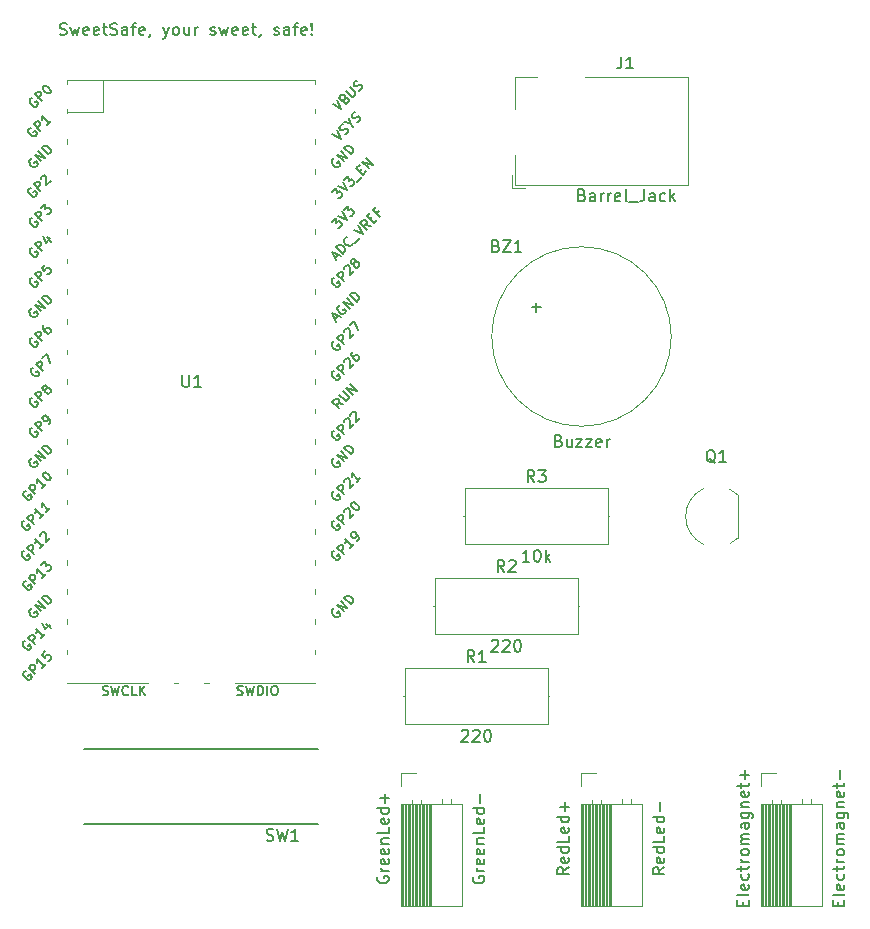
<source format=gbr>
%TF.GenerationSoftware,KiCad,Pcbnew,7.0.10-7.0.10~ubuntu22.04.1*%
%TF.CreationDate,2024-03-31T22:48:29-03:00*%
%TF.ProjectId,SweetSafe,53776565-7453-4616-9665-2e6b69636164,rev?*%
%TF.SameCoordinates,Original*%
%TF.FileFunction,Legend,Top*%
%TF.FilePolarity,Positive*%
%FSLAX46Y46*%
G04 Gerber Fmt 4.6, Leading zero omitted, Abs format (unit mm)*
G04 Created by KiCad (PCBNEW 7.0.10-7.0.10~ubuntu22.04.1) date 2024-03-31 22:48:29*
%MOMM*%
%LPD*%
G01*
G04 APERTURE LIST*
%ADD10C,0.150000*%
%ADD11C,0.127000*%
%ADD12C,0.120000*%
G04 APERTURE END LIST*
D10*
X46009160Y-50622200D02*
X46152017Y-50669819D01*
X46152017Y-50669819D02*
X46390112Y-50669819D01*
X46390112Y-50669819D02*
X46485350Y-50622200D01*
X46485350Y-50622200D02*
X46532969Y-50574580D01*
X46532969Y-50574580D02*
X46580588Y-50479342D01*
X46580588Y-50479342D02*
X46580588Y-50384104D01*
X46580588Y-50384104D02*
X46532969Y-50288866D01*
X46532969Y-50288866D02*
X46485350Y-50241247D01*
X46485350Y-50241247D02*
X46390112Y-50193628D01*
X46390112Y-50193628D02*
X46199636Y-50146009D01*
X46199636Y-50146009D02*
X46104398Y-50098390D01*
X46104398Y-50098390D02*
X46056779Y-50050771D01*
X46056779Y-50050771D02*
X46009160Y-49955533D01*
X46009160Y-49955533D02*
X46009160Y-49860295D01*
X46009160Y-49860295D02*
X46056779Y-49765057D01*
X46056779Y-49765057D02*
X46104398Y-49717438D01*
X46104398Y-49717438D02*
X46199636Y-49669819D01*
X46199636Y-49669819D02*
X46437731Y-49669819D01*
X46437731Y-49669819D02*
X46580588Y-49717438D01*
X46913922Y-50003152D02*
X47104398Y-50669819D01*
X47104398Y-50669819D02*
X47294874Y-50193628D01*
X47294874Y-50193628D02*
X47485350Y-50669819D01*
X47485350Y-50669819D02*
X47675826Y-50003152D01*
X48437731Y-50622200D02*
X48342493Y-50669819D01*
X48342493Y-50669819D02*
X48152017Y-50669819D01*
X48152017Y-50669819D02*
X48056779Y-50622200D01*
X48056779Y-50622200D02*
X48009160Y-50526961D01*
X48009160Y-50526961D02*
X48009160Y-50146009D01*
X48009160Y-50146009D02*
X48056779Y-50050771D01*
X48056779Y-50050771D02*
X48152017Y-50003152D01*
X48152017Y-50003152D02*
X48342493Y-50003152D01*
X48342493Y-50003152D02*
X48437731Y-50050771D01*
X48437731Y-50050771D02*
X48485350Y-50146009D01*
X48485350Y-50146009D02*
X48485350Y-50241247D01*
X48485350Y-50241247D02*
X48009160Y-50336485D01*
X49294874Y-50622200D02*
X49199636Y-50669819D01*
X49199636Y-50669819D02*
X49009160Y-50669819D01*
X49009160Y-50669819D02*
X48913922Y-50622200D01*
X48913922Y-50622200D02*
X48866303Y-50526961D01*
X48866303Y-50526961D02*
X48866303Y-50146009D01*
X48866303Y-50146009D02*
X48913922Y-50050771D01*
X48913922Y-50050771D02*
X49009160Y-50003152D01*
X49009160Y-50003152D02*
X49199636Y-50003152D01*
X49199636Y-50003152D02*
X49294874Y-50050771D01*
X49294874Y-50050771D02*
X49342493Y-50146009D01*
X49342493Y-50146009D02*
X49342493Y-50241247D01*
X49342493Y-50241247D02*
X48866303Y-50336485D01*
X49628208Y-50003152D02*
X50009160Y-50003152D01*
X49771065Y-49669819D02*
X49771065Y-50526961D01*
X49771065Y-50526961D02*
X49818684Y-50622200D01*
X49818684Y-50622200D02*
X49913922Y-50669819D01*
X49913922Y-50669819D02*
X50009160Y-50669819D01*
X50294875Y-50622200D02*
X50437732Y-50669819D01*
X50437732Y-50669819D02*
X50675827Y-50669819D01*
X50675827Y-50669819D02*
X50771065Y-50622200D01*
X50771065Y-50622200D02*
X50818684Y-50574580D01*
X50818684Y-50574580D02*
X50866303Y-50479342D01*
X50866303Y-50479342D02*
X50866303Y-50384104D01*
X50866303Y-50384104D02*
X50818684Y-50288866D01*
X50818684Y-50288866D02*
X50771065Y-50241247D01*
X50771065Y-50241247D02*
X50675827Y-50193628D01*
X50675827Y-50193628D02*
X50485351Y-50146009D01*
X50485351Y-50146009D02*
X50390113Y-50098390D01*
X50390113Y-50098390D02*
X50342494Y-50050771D01*
X50342494Y-50050771D02*
X50294875Y-49955533D01*
X50294875Y-49955533D02*
X50294875Y-49860295D01*
X50294875Y-49860295D02*
X50342494Y-49765057D01*
X50342494Y-49765057D02*
X50390113Y-49717438D01*
X50390113Y-49717438D02*
X50485351Y-49669819D01*
X50485351Y-49669819D02*
X50723446Y-49669819D01*
X50723446Y-49669819D02*
X50866303Y-49717438D01*
X51723446Y-50669819D02*
X51723446Y-50146009D01*
X51723446Y-50146009D02*
X51675827Y-50050771D01*
X51675827Y-50050771D02*
X51580589Y-50003152D01*
X51580589Y-50003152D02*
X51390113Y-50003152D01*
X51390113Y-50003152D02*
X51294875Y-50050771D01*
X51723446Y-50622200D02*
X51628208Y-50669819D01*
X51628208Y-50669819D02*
X51390113Y-50669819D01*
X51390113Y-50669819D02*
X51294875Y-50622200D01*
X51294875Y-50622200D02*
X51247256Y-50526961D01*
X51247256Y-50526961D02*
X51247256Y-50431723D01*
X51247256Y-50431723D02*
X51294875Y-50336485D01*
X51294875Y-50336485D02*
X51390113Y-50288866D01*
X51390113Y-50288866D02*
X51628208Y-50288866D01*
X51628208Y-50288866D02*
X51723446Y-50241247D01*
X52056780Y-50003152D02*
X52437732Y-50003152D01*
X52199637Y-50669819D02*
X52199637Y-49812676D01*
X52199637Y-49812676D02*
X52247256Y-49717438D01*
X52247256Y-49717438D02*
X52342494Y-49669819D01*
X52342494Y-49669819D02*
X52437732Y-49669819D01*
X53152018Y-50622200D02*
X53056780Y-50669819D01*
X53056780Y-50669819D02*
X52866304Y-50669819D01*
X52866304Y-50669819D02*
X52771066Y-50622200D01*
X52771066Y-50622200D02*
X52723447Y-50526961D01*
X52723447Y-50526961D02*
X52723447Y-50146009D01*
X52723447Y-50146009D02*
X52771066Y-50050771D01*
X52771066Y-50050771D02*
X52866304Y-50003152D01*
X52866304Y-50003152D02*
X53056780Y-50003152D01*
X53056780Y-50003152D02*
X53152018Y-50050771D01*
X53152018Y-50050771D02*
X53199637Y-50146009D01*
X53199637Y-50146009D02*
X53199637Y-50241247D01*
X53199637Y-50241247D02*
X52723447Y-50336485D01*
X53675828Y-50622200D02*
X53675828Y-50669819D01*
X53675828Y-50669819D02*
X53628209Y-50765057D01*
X53628209Y-50765057D02*
X53580590Y-50812676D01*
X54771066Y-50003152D02*
X55009161Y-50669819D01*
X55247256Y-50003152D02*
X55009161Y-50669819D01*
X55009161Y-50669819D02*
X54913923Y-50907914D01*
X54913923Y-50907914D02*
X54866304Y-50955533D01*
X54866304Y-50955533D02*
X54771066Y-51003152D01*
X55771066Y-50669819D02*
X55675828Y-50622200D01*
X55675828Y-50622200D02*
X55628209Y-50574580D01*
X55628209Y-50574580D02*
X55580590Y-50479342D01*
X55580590Y-50479342D02*
X55580590Y-50193628D01*
X55580590Y-50193628D02*
X55628209Y-50098390D01*
X55628209Y-50098390D02*
X55675828Y-50050771D01*
X55675828Y-50050771D02*
X55771066Y-50003152D01*
X55771066Y-50003152D02*
X55913923Y-50003152D01*
X55913923Y-50003152D02*
X56009161Y-50050771D01*
X56009161Y-50050771D02*
X56056780Y-50098390D01*
X56056780Y-50098390D02*
X56104399Y-50193628D01*
X56104399Y-50193628D02*
X56104399Y-50479342D01*
X56104399Y-50479342D02*
X56056780Y-50574580D01*
X56056780Y-50574580D02*
X56009161Y-50622200D01*
X56009161Y-50622200D02*
X55913923Y-50669819D01*
X55913923Y-50669819D02*
X55771066Y-50669819D01*
X56961542Y-50003152D02*
X56961542Y-50669819D01*
X56532971Y-50003152D02*
X56532971Y-50526961D01*
X56532971Y-50526961D02*
X56580590Y-50622200D01*
X56580590Y-50622200D02*
X56675828Y-50669819D01*
X56675828Y-50669819D02*
X56818685Y-50669819D01*
X56818685Y-50669819D02*
X56913923Y-50622200D01*
X56913923Y-50622200D02*
X56961542Y-50574580D01*
X57437733Y-50669819D02*
X57437733Y-50003152D01*
X57437733Y-50193628D02*
X57485352Y-50098390D01*
X57485352Y-50098390D02*
X57532971Y-50050771D01*
X57532971Y-50050771D02*
X57628209Y-50003152D01*
X57628209Y-50003152D02*
X57723447Y-50003152D01*
X58771067Y-50622200D02*
X58866305Y-50669819D01*
X58866305Y-50669819D02*
X59056781Y-50669819D01*
X59056781Y-50669819D02*
X59152019Y-50622200D01*
X59152019Y-50622200D02*
X59199638Y-50526961D01*
X59199638Y-50526961D02*
X59199638Y-50479342D01*
X59199638Y-50479342D02*
X59152019Y-50384104D01*
X59152019Y-50384104D02*
X59056781Y-50336485D01*
X59056781Y-50336485D02*
X58913924Y-50336485D01*
X58913924Y-50336485D02*
X58818686Y-50288866D01*
X58818686Y-50288866D02*
X58771067Y-50193628D01*
X58771067Y-50193628D02*
X58771067Y-50146009D01*
X58771067Y-50146009D02*
X58818686Y-50050771D01*
X58818686Y-50050771D02*
X58913924Y-50003152D01*
X58913924Y-50003152D02*
X59056781Y-50003152D01*
X59056781Y-50003152D02*
X59152019Y-50050771D01*
X59532972Y-50003152D02*
X59723448Y-50669819D01*
X59723448Y-50669819D02*
X59913924Y-50193628D01*
X59913924Y-50193628D02*
X60104400Y-50669819D01*
X60104400Y-50669819D02*
X60294876Y-50003152D01*
X61056781Y-50622200D02*
X60961543Y-50669819D01*
X60961543Y-50669819D02*
X60771067Y-50669819D01*
X60771067Y-50669819D02*
X60675829Y-50622200D01*
X60675829Y-50622200D02*
X60628210Y-50526961D01*
X60628210Y-50526961D02*
X60628210Y-50146009D01*
X60628210Y-50146009D02*
X60675829Y-50050771D01*
X60675829Y-50050771D02*
X60771067Y-50003152D01*
X60771067Y-50003152D02*
X60961543Y-50003152D01*
X60961543Y-50003152D02*
X61056781Y-50050771D01*
X61056781Y-50050771D02*
X61104400Y-50146009D01*
X61104400Y-50146009D02*
X61104400Y-50241247D01*
X61104400Y-50241247D02*
X60628210Y-50336485D01*
X61913924Y-50622200D02*
X61818686Y-50669819D01*
X61818686Y-50669819D02*
X61628210Y-50669819D01*
X61628210Y-50669819D02*
X61532972Y-50622200D01*
X61532972Y-50622200D02*
X61485353Y-50526961D01*
X61485353Y-50526961D02*
X61485353Y-50146009D01*
X61485353Y-50146009D02*
X61532972Y-50050771D01*
X61532972Y-50050771D02*
X61628210Y-50003152D01*
X61628210Y-50003152D02*
X61818686Y-50003152D01*
X61818686Y-50003152D02*
X61913924Y-50050771D01*
X61913924Y-50050771D02*
X61961543Y-50146009D01*
X61961543Y-50146009D02*
X61961543Y-50241247D01*
X61961543Y-50241247D02*
X61485353Y-50336485D01*
X62247258Y-50003152D02*
X62628210Y-50003152D01*
X62390115Y-49669819D02*
X62390115Y-50526961D01*
X62390115Y-50526961D02*
X62437734Y-50622200D01*
X62437734Y-50622200D02*
X62532972Y-50669819D01*
X62532972Y-50669819D02*
X62628210Y-50669819D01*
X63009163Y-50622200D02*
X63009163Y-50669819D01*
X63009163Y-50669819D02*
X62961544Y-50765057D01*
X62961544Y-50765057D02*
X62913925Y-50812676D01*
X64152020Y-50622200D02*
X64247258Y-50669819D01*
X64247258Y-50669819D02*
X64437734Y-50669819D01*
X64437734Y-50669819D02*
X64532972Y-50622200D01*
X64532972Y-50622200D02*
X64580591Y-50526961D01*
X64580591Y-50526961D02*
X64580591Y-50479342D01*
X64580591Y-50479342D02*
X64532972Y-50384104D01*
X64532972Y-50384104D02*
X64437734Y-50336485D01*
X64437734Y-50336485D02*
X64294877Y-50336485D01*
X64294877Y-50336485D02*
X64199639Y-50288866D01*
X64199639Y-50288866D02*
X64152020Y-50193628D01*
X64152020Y-50193628D02*
X64152020Y-50146009D01*
X64152020Y-50146009D02*
X64199639Y-50050771D01*
X64199639Y-50050771D02*
X64294877Y-50003152D01*
X64294877Y-50003152D02*
X64437734Y-50003152D01*
X64437734Y-50003152D02*
X64532972Y-50050771D01*
X65437734Y-50669819D02*
X65437734Y-50146009D01*
X65437734Y-50146009D02*
X65390115Y-50050771D01*
X65390115Y-50050771D02*
X65294877Y-50003152D01*
X65294877Y-50003152D02*
X65104401Y-50003152D01*
X65104401Y-50003152D02*
X65009163Y-50050771D01*
X65437734Y-50622200D02*
X65342496Y-50669819D01*
X65342496Y-50669819D02*
X65104401Y-50669819D01*
X65104401Y-50669819D02*
X65009163Y-50622200D01*
X65009163Y-50622200D02*
X64961544Y-50526961D01*
X64961544Y-50526961D02*
X64961544Y-50431723D01*
X64961544Y-50431723D02*
X65009163Y-50336485D01*
X65009163Y-50336485D02*
X65104401Y-50288866D01*
X65104401Y-50288866D02*
X65342496Y-50288866D01*
X65342496Y-50288866D02*
X65437734Y-50241247D01*
X65771068Y-50003152D02*
X66152020Y-50003152D01*
X65913925Y-50669819D02*
X65913925Y-49812676D01*
X65913925Y-49812676D02*
X65961544Y-49717438D01*
X65961544Y-49717438D02*
X66056782Y-49669819D01*
X66056782Y-49669819D02*
X66152020Y-49669819D01*
X66866306Y-50622200D02*
X66771068Y-50669819D01*
X66771068Y-50669819D02*
X66580592Y-50669819D01*
X66580592Y-50669819D02*
X66485354Y-50622200D01*
X66485354Y-50622200D02*
X66437735Y-50526961D01*
X66437735Y-50526961D02*
X66437735Y-50146009D01*
X66437735Y-50146009D02*
X66485354Y-50050771D01*
X66485354Y-50050771D02*
X66580592Y-50003152D01*
X66580592Y-50003152D02*
X66771068Y-50003152D01*
X66771068Y-50003152D02*
X66866306Y-50050771D01*
X66866306Y-50050771D02*
X66913925Y-50146009D01*
X66913925Y-50146009D02*
X66913925Y-50241247D01*
X66913925Y-50241247D02*
X66437735Y-50336485D01*
X67342497Y-50574580D02*
X67390116Y-50622200D01*
X67390116Y-50622200D02*
X67342497Y-50669819D01*
X67342497Y-50669819D02*
X67294878Y-50622200D01*
X67294878Y-50622200D02*
X67342497Y-50574580D01*
X67342497Y-50574580D02*
X67342497Y-50669819D01*
X67342497Y-50288866D02*
X67294878Y-49717438D01*
X67294878Y-49717438D02*
X67342497Y-49669819D01*
X67342497Y-49669819D02*
X67390116Y-49717438D01*
X67390116Y-49717438D02*
X67342497Y-50288866D01*
X67342497Y-50288866D02*
X67342497Y-49669819D01*
X63529174Y-118846712D02*
X63672173Y-118894378D01*
X63672173Y-118894378D02*
X63910504Y-118894378D01*
X63910504Y-118894378D02*
X64005837Y-118846712D01*
X64005837Y-118846712D02*
X64053503Y-118799045D01*
X64053503Y-118799045D02*
X64101169Y-118703713D01*
X64101169Y-118703713D02*
X64101169Y-118608380D01*
X64101169Y-118608380D02*
X64053503Y-118513048D01*
X64053503Y-118513048D02*
X64005837Y-118465381D01*
X64005837Y-118465381D02*
X63910504Y-118417715D01*
X63910504Y-118417715D02*
X63719839Y-118370049D01*
X63719839Y-118370049D02*
X63624506Y-118322382D01*
X63624506Y-118322382D02*
X63576840Y-118274716D01*
X63576840Y-118274716D02*
X63529174Y-118179384D01*
X63529174Y-118179384D02*
X63529174Y-118084051D01*
X63529174Y-118084051D02*
X63576840Y-117988718D01*
X63576840Y-117988718D02*
X63624506Y-117941052D01*
X63624506Y-117941052D02*
X63719839Y-117893386D01*
X63719839Y-117893386D02*
X63958170Y-117893386D01*
X63958170Y-117893386D02*
X64101169Y-117941052D01*
X64434833Y-117893386D02*
X64673165Y-118894378D01*
X64673165Y-118894378D02*
X64863830Y-118179384D01*
X64863830Y-118179384D02*
X65054495Y-118894378D01*
X65054495Y-118894378D02*
X65292827Y-117893386D01*
X66198486Y-118894378D02*
X65626491Y-118894378D01*
X65912488Y-118894378D02*
X65912488Y-117893386D01*
X65912488Y-117893386D02*
X65817156Y-118036385D01*
X65817156Y-118036385D02*
X65721823Y-118131717D01*
X65721823Y-118131717D02*
X65626491Y-118179384D01*
X81113333Y-103764819D02*
X80780000Y-103288628D01*
X80541905Y-103764819D02*
X80541905Y-102764819D01*
X80541905Y-102764819D02*
X80922857Y-102764819D01*
X80922857Y-102764819D02*
X81018095Y-102812438D01*
X81018095Y-102812438D02*
X81065714Y-102860057D01*
X81065714Y-102860057D02*
X81113333Y-102955295D01*
X81113333Y-102955295D02*
X81113333Y-103098152D01*
X81113333Y-103098152D02*
X81065714Y-103193390D01*
X81065714Y-103193390D02*
X81018095Y-103241009D01*
X81018095Y-103241009D02*
X80922857Y-103288628D01*
X80922857Y-103288628D02*
X80541905Y-103288628D01*
X82065714Y-103764819D02*
X81494286Y-103764819D01*
X81780000Y-103764819D02*
X81780000Y-102764819D01*
X81780000Y-102764819D02*
X81684762Y-102907676D01*
X81684762Y-102907676D02*
X81589524Y-103002914D01*
X81589524Y-103002914D02*
X81494286Y-103050533D01*
X80041905Y-109600057D02*
X80089524Y-109552438D01*
X80089524Y-109552438D02*
X80184762Y-109504819D01*
X80184762Y-109504819D02*
X80422857Y-109504819D01*
X80422857Y-109504819D02*
X80518095Y-109552438D01*
X80518095Y-109552438D02*
X80565714Y-109600057D01*
X80565714Y-109600057D02*
X80613333Y-109695295D01*
X80613333Y-109695295D02*
X80613333Y-109790533D01*
X80613333Y-109790533D02*
X80565714Y-109933390D01*
X80565714Y-109933390D02*
X79994286Y-110504819D01*
X79994286Y-110504819D02*
X80613333Y-110504819D01*
X80994286Y-109600057D02*
X81041905Y-109552438D01*
X81041905Y-109552438D02*
X81137143Y-109504819D01*
X81137143Y-109504819D02*
X81375238Y-109504819D01*
X81375238Y-109504819D02*
X81470476Y-109552438D01*
X81470476Y-109552438D02*
X81518095Y-109600057D01*
X81518095Y-109600057D02*
X81565714Y-109695295D01*
X81565714Y-109695295D02*
X81565714Y-109790533D01*
X81565714Y-109790533D02*
X81518095Y-109933390D01*
X81518095Y-109933390D02*
X80946667Y-110504819D01*
X80946667Y-110504819D02*
X81565714Y-110504819D01*
X82184762Y-109504819D02*
X82280000Y-109504819D01*
X82280000Y-109504819D02*
X82375238Y-109552438D01*
X82375238Y-109552438D02*
X82422857Y-109600057D01*
X82422857Y-109600057D02*
X82470476Y-109695295D01*
X82470476Y-109695295D02*
X82518095Y-109885771D01*
X82518095Y-109885771D02*
X82518095Y-110123866D01*
X82518095Y-110123866D02*
X82470476Y-110314342D01*
X82470476Y-110314342D02*
X82422857Y-110409580D01*
X82422857Y-110409580D02*
X82375238Y-110457200D01*
X82375238Y-110457200D02*
X82280000Y-110504819D01*
X82280000Y-110504819D02*
X82184762Y-110504819D01*
X82184762Y-110504819D02*
X82089524Y-110457200D01*
X82089524Y-110457200D02*
X82041905Y-110409580D01*
X82041905Y-110409580D02*
X81994286Y-110314342D01*
X81994286Y-110314342D02*
X81946667Y-110123866D01*
X81946667Y-110123866D02*
X81946667Y-109885771D01*
X81946667Y-109885771D02*
X81994286Y-109695295D01*
X81994286Y-109695295D02*
X82041905Y-109600057D01*
X82041905Y-109600057D02*
X82089524Y-109552438D01*
X82089524Y-109552438D02*
X82184762Y-109504819D01*
X82939047Y-68511009D02*
X83081904Y-68558628D01*
X83081904Y-68558628D02*
X83129523Y-68606247D01*
X83129523Y-68606247D02*
X83177142Y-68701485D01*
X83177142Y-68701485D02*
X83177142Y-68844342D01*
X83177142Y-68844342D02*
X83129523Y-68939580D01*
X83129523Y-68939580D02*
X83081904Y-68987200D01*
X83081904Y-68987200D02*
X82986666Y-69034819D01*
X82986666Y-69034819D02*
X82605714Y-69034819D01*
X82605714Y-69034819D02*
X82605714Y-68034819D01*
X82605714Y-68034819D02*
X82939047Y-68034819D01*
X82939047Y-68034819D02*
X83034285Y-68082438D01*
X83034285Y-68082438D02*
X83081904Y-68130057D01*
X83081904Y-68130057D02*
X83129523Y-68225295D01*
X83129523Y-68225295D02*
X83129523Y-68320533D01*
X83129523Y-68320533D02*
X83081904Y-68415771D01*
X83081904Y-68415771D02*
X83034285Y-68463390D01*
X83034285Y-68463390D02*
X82939047Y-68511009D01*
X82939047Y-68511009D02*
X82605714Y-68511009D01*
X83510476Y-68034819D02*
X84177142Y-68034819D01*
X84177142Y-68034819D02*
X83510476Y-69034819D01*
X83510476Y-69034819D02*
X84177142Y-69034819D01*
X85081904Y-69034819D02*
X84510476Y-69034819D01*
X84796190Y-69034819D02*
X84796190Y-68034819D01*
X84796190Y-68034819D02*
X84700952Y-68177676D01*
X84700952Y-68177676D02*
X84605714Y-68272914D01*
X84605714Y-68272914D02*
X84510476Y-68320533D01*
X88261428Y-85021009D02*
X88404285Y-85068628D01*
X88404285Y-85068628D02*
X88451904Y-85116247D01*
X88451904Y-85116247D02*
X88499523Y-85211485D01*
X88499523Y-85211485D02*
X88499523Y-85354342D01*
X88499523Y-85354342D02*
X88451904Y-85449580D01*
X88451904Y-85449580D02*
X88404285Y-85497200D01*
X88404285Y-85497200D02*
X88309047Y-85544819D01*
X88309047Y-85544819D02*
X87928095Y-85544819D01*
X87928095Y-85544819D02*
X87928095Y-84544819D01*
X87928095Y-84544819D02*
X88261428Y-84544819D01*
X88261428Y-84544819D02*
X88356666Y-84592438D01*
X88356666Y-84592438D02*
X88404285Y-84640057D01*
X88404285Y-84640057D02*
X88451904Y-84735295D01*
X88451904Y-84735295D02*
X88451904Y-84830533D01*
X88451904Y-84830533D02*
X88404285Y-84925771D01*
X88404285Y-84925771D02*
X88356666Y-84973390D01*
X88356666Y-84973390D02*
X88261428Y-85021009D01*
X88261428Y-85021009D02*
X87928095Y-85021009D01*
X89356666Y-84878152D02*
X89356666Y-85544819D01*
X88928095Y-84878152D02*
X88928095Y-85401961D01*
X88928095Y-85401961D02*
X88975714Y-85497200D01*
X88975714Y-85497200D02*
X89070952Y-85544819D01*
X89070952Y-85544819D02*
X89213809Y-85544819D01*
X89213809Y-85544819D02*
X89309047Y-85497200D01*
X89309047Y-85497200D02*
X89356666Y-85449580D01*
X89737619Y-84878152D02*
X90261428Y-84878152D01*
X90261428Y-84878152D02*
X89737619Y-85544819D01*
X89737619Y-85544819D02*
X90261428Y-85544819D01*
X90547143Y-84878152D02*
X91070952Y-84878152D01*
X91070952Y-84878152D02*
X90547143Y-85544819D01*
X90547143Y-85544819D02*
X91070952Y-85544819D01*
X91832857Y-85497200D02*
X91737619Y-85544819D01*
X91737619Y-85544819D02*
X91547143Y-85544819D01*
X91547143Y-85544819D02*
X91451905Y-85497200D01*
X91451905Y-85497200D02*
X91404286Y-85401961D01*
X91404286Y-85401961D02*
X91404286Y-85021009D01*
X91404286Y-85021009D02*
X91451905Y-84925771D01*
X91451905Y-84925771D02*
X91547143Y-84878152D01*
X91547143Y-84878152D02*
X91737619Y-84878152D01*
X91737619Y-84878152D02*
X91832857Y-84925771D01*
X91832857Y-84925771D02*
X91880476Y-85021009D01*
X91880476Y-85021009D02*
X91880476Y-85116247D01*
X91880476Y-85116247D02*
X91404286Y-85211485D01*
X92309048Y-85544819D02*
X92309048Y-84878152D01*
X92309048Y-85068628D02*
X92356667Y-84973390D01*
X92356667Y-84973390D02*
X92404286Y-84925771D01*
X92404286Y-84925771D02*
X92499524Y-84878152D01*
X92499524Y-84878152D02*
X92594762Y-84878152D01*
X85989048Y-73733866D02*
X86750953Y-73733866D01*
X86370000Y-74114819D02*
X86370000Y-73352914D01*
X101504761Y-86910057D02*
X101409523Y-86862438D01*
X101409523Y-86862438D02*
X101314285Y-86767200D01*
X101314285Y-86767200D02*
X101171428Y-86624342D01*
X101171428Y-86624342D02*
X101076190Y-86576723D01*
X101076190Y-86576723D02*
X100980952Y-86576723D01*
X101028571Y-86814819D02*
X100933333Y-86767200D01*
X100933333Y-86767200D02*
X100838095Y-86671961D01*
X100838095Y-86671961D02*
X100790476Y-86481485D01*
X100790476Y-86481485D02*
X100790476Y-86148152D01*
X100790476Y-86148152D02*
X100838095Y-85957676D01*
X100838095Y-85957676D02*
X100933333Y-85862438D01*
X100933333Y-85862438D02*
X101028571Y-85814819D01*
X101028571Y-85814819D02*
X101219047Y-85814819D01*
X101219047Y-85814819D02*
X101314285Y-85862438D01*
X101314285Y-85862438D02*
X101409523Y-85957676D01*
X101409523Y-85957676D02*
X101457142Y-86148152D01*
X101457142Y-86148152D02*
X101457142Y-86481485D01*
X101457142Y-86481485D02*
X101409523Y-86671961D01*
X101409523Y-86671961D02*
X101314285Y-86767200D01*
X101314285Y-86767200D02*
X101219047Y-86814819D01*
X101219047Y-86814819D02*
X101028571Y-86814819D01*
X102409523Y-86814819D02*
X101838095Y-86814819D01*
X102123809Y-86814819D02*
X102123809Y-85814819D01*
X102123809Y-85814819D02*
X102028571Y-85957676D01*
X102028571Y-85957676D02*
X101933333Y-86052914D01*
X101933333Y-86052914D02*
X101838095Y-86100533D01*
X86193333Y-88524819D02*
X85860000Y-88048628D01*
X85621905Y-88524819D02*
X85621905Y-87524819D01*
X85621905Y-87524819D02*
X86002857Y-87524819D01*
X86002857Y-87524819D02*
X86098095Y-87572438D01*
X86098095Y-87572438D02*
X86145714Y-87620057D01*
X86145714Y-87620057D02*
X86193333Y-87715295D01*
X86193333Y-87715295D02*
X86193333Y-87858152D01*
X86193333Y-87858152D02*
X86145714Y-87953390D01*
X86145714Y-87953390D02*
X86098095Y-88001009D01*
X86098095Y-88001009D02*
X86002857Y-88048628D01*
X86002857Y-88048628D02*
X85621905Y-88048628D01*
X86526667Y-87524819D02*
X87145714Y-87524819D01*
X87145714Y-87524819D02*
X86812381Y-87905771D01*
X86812381Y-87905771D02*
X86955238Y-87905771D01*
X86955238Y-87905771D02*
X87050476Y-87953390D01*
X87050476Y-87953390D02*
X87098095Y-88001009D01*
X87098095Y-88001009D02*
X87145714Y-88096247D01*
X87145714Y-88096247D02*
X87145714Y-88334342D01*
X87145714Y-88334342D02*
X87098095Y-88429580D01*
X87098095Y-88429580D02*
X87050476Y-88477200D01*
X87050476Y-88477200D02*
X86955238Y-88524819D01*
X86955238Y-88524819D02*
X86669524Y-88524819D01*
X86669524Y-88524819D02*
X86574286Y-88477200D01*
X86574286Y-88477200D02*
X86526667Y-88429580D01*
X85764761Y-95264819D02*
X85193333Y-95264819D01*
X85479047Y-95264819D02*
X85479047Y-94264819D01*
X85479047Y-94264819D02*
X85383809Y-94407676D01*
X85383809Y-94407676D02*
X85288571Y-94502914D01*
X85288571Y-94502914D02*
X85193333Y-94550533D01*
X86383809Y-94264819D02*
X86479047Y-94264819D01*
X86479047Y-94264819D02*
X86574285Y-94312438D01*
X86574285Y-94312438D02*
X86621904Y-94360057D01*
X86621904Y-94360057D02*
X86669523Y-94455295D01*
X86669523Y-94455295D02*
X86717142Y-94645771D01*
X86717142Y-94645771D02*
X86717142Y-94883866D01*
X86717142Y-94883866D02*
X86669523Y-95074342D01*
X86669523Y-95074342D02*
X86621904Y-95169580D01*
X86621904Y-95169580D02*
X86574285Y-95217200D01*
X86574285Y-95217200D02*
X86479047Y-95264819D01*
X86479047Y-95264819D02*
X86383809Y-95264819D01*
X86383809Y-95264819D02*
X86288571Y-95217200D01*
X86288571Y-95217200D02*
X86240952Y-95169580D01*
X86240952Y-95169580D02*
X86193333Y-95074342D01*
X86193333Y-95074342D02*
X86145714Y-94883866D01*
X86145714Y-94883866D02*
X86145714Y-94645771D01*
X86145714Y-94645771D02*
X86193333Y-94455295D01*
X86193333Y-94455295D02*
X86240952Y-94360057D01*
X86240952Y-94360057D02*
X86288571Y-94312438D01*
X86288571Y-94312438D02*
X86383809Y-94264819D01*
X87145714Y-95264819D02*
X87145714Y-94264819D01*
X87240952Y-94883866D02*
X87526666Y-95264819D01*
X87526666Y-94598152D02*
X87145714Y-94979104D01*
X56388095Y-79464819D02*
X56388095Y-80274342D01*
X56388095Y-80274342D02*
X56435714Y-80369580D01*
X56435714Y-80369580D02*
X56483333Y-80417200D01*
X56483333Y-80417200D02*
X56578571Y-80464819D01*
X56578571Y-80464819D02*
X56769047Y-80464819D01*
X56769047Y-80464819D02*
X56864285Y-80417200D01*
X56864285Y-80417200D02*
X56911904Y-80369580D01*
X56911904Y-80369580D02*
X56959523Y-80274342D01*
X56959523Y-80274342D02*
X56959523Y-79464819D01*
X57959523Y-80464819D02*
X57388095Y-80464819D01*
X57673809Y-80464819D02*
X57673809Y-79464819D01*
X57673809Y-79464819D02*
X57578571Y-79607676D01*
X57578571Y-79607676D02*
X57483333Y-79702914D01*
X57483333Y-79702914D02*
X57388095Y-79750533D01*
X69236435Y-86508431D02*
X69155623Y-86535368D01*
X69155623Y-86535368D02*
X69074811Y-86616180D01*
X69074811Y-86616180D02*
X69020936Y-86723930D01*
X69020936Y-86723930D02*
X69020936Y-86831680D01*
X69020936Y-86831680D02*
X69047873Y-86912492D01*
X69047873Y-86912492D02*
X69128685Y-87047179D01*
X69128685Y-87047179D02*
X69209498Y-87127991D01*
X69209498Y-87127991D02*
X69344185Y-87208803D01*
X69344185Y-87208803D02*
X69424997Y-87235741D01*
X69424997Y-87235741D02*
X69532746Y-87235741D01*
X69532746Y-87235741D02*
X69640496Y-87181866D01*
X69640496Y-87181866D02*
X69694371Y-87127991D01*
X69694371Y-87127991D02*
X69748246Y-87020241D01*
X69748246Y-87020241D02*
X69748246Y-86966367D01*
X69748246Y-86966367D02*
X69559684Y-86777805D01*
X69559684Y-86777805D02*
X69451934Y-86885554D01*
X70044557Y-86777805D02*
X69478872Y-86212119D01*
X69478872Y-86212119D02*
X70367806Y-86454556D01*
X70367806Y-86454556D02*
X69802120Y-85888871D01*
X70637180Y-86185182D02*
X70071494Y-85619497D01*
X70071494Y-85619497D02*
X70206181Y-85484810D01*
X70206181Y-85484810D02*
X70313931Y-85430935D01*
X70313931Y-85430935D02*
X70421680Y-85430935D01*
X70421680Y-85430935D02*
X70502493Y-85457872D01*
X70502493Y-85457872D02*
X70637180Y-85538685D01*
X70637180Y-85538685D02*
X70717992Y-85619497D01*
X70717992Y-85619497D02*
X70798804Y-85754184D01*
X70798804Y-85754184D02*
X70825741Y-85834996D01*
X70825741Y-85834996D02*
X70825741Y-85942746D01*
X70825741Y-85942746D02*
X70771867Y-86050495D01*
X70771867Y-86050495D02*
X70637180Y-86185182D01*
X43763372Y-78831494D02*
X43682560Y-78858431D01*
X43682560Y-78858431D02*
X43601748Y-78939243D01*
X43601748Y-78939243D02*
X43547873Y-79046993D01*
X43547873Y-79046993D02*
X43547873Y-79154742D01*
X43547873Y-79154742D02*
X43574810Y-79235555D01*
X43574810Y-79235555D02*
X43655623Y-79370242D01*
X43655623Y-79370242D02*
X43736435Y-79451054D01*
X43736435Y-79451054D02*
X43871122Y-79531866D01*
X43871122Y-79531866D02*
X43951934Y-79558803D01*
X43951934Y-79558803D02*
X44059684Y-79558803D01*
X44059684Y-79558803D02*
X44167433Y-79504929D01*
X44167433Y-79504929D02*
X44221308Y-79451054D01*
X44221308Y-79451054D02*
X44275183Y-79343304D01*
X44275183Y-79343304D02*
X44275183Y-79289429D01*
X44275183Y-79289429D02*
X44086621Y-79100868D01*
X44086621Y-79100868D02*
X43978871Y-79208617D01*
X44571494Y-79100868D02*
X44005809Y-78535182D01*
X44005809Y-78535182D02*
X44221308Y-78319683D01*
X44221308Y-78319683D02*
X44302120Y-78292746D01*
X44302120Y-78292746D02*
X44355995Y-78292746D01*
X44355995Y-78292746D02*
X44436807Y-78319683D01*
X44436807Y-78319683D02*
X44517619Y-78400495D01*
X44517619Y-78400495D02*
X44544557Y-78481307D01*
X44544557Y-78481307D02*
X44544557Y-78535182D01*
X44544557Y-78535182D02*
X44517619Y-78615994D01*
X44517619Y-78615994D02*
X44302120Y-78831494D01*
X44517619Y-78023372D02*
X44894743Y-77646248D01*
X44894743Y-77646248D02*
X45217992Y-78454370D01*
X43636435Y-86508431D02*
X43555623Y-86535368D01*
X43555623Y-86535368D02*
X43474811Y-86616180D01*
X43474811Y-86616180D02*
X43420936Y-86723930D01*
X43420936Y-86723930D02*
X43420936Y-86831680D01*
X43420936Y-86831680D02*
X43447873Y-86912492D01*
X43447873Y-86912492D02*
X43528685Y-87047179D01*
X43528685Y-87047179D02*
X43609498Y-87127991D01*
X43609498Y-87127991D02*
X43744185Y-87208803D01*
X43744185Y-87208803D02*
X43824997Y-87235741D01*
X43824997Y-87235741D02*
X43932746Y-87235741D01*
X43932746Y-87235741D02*
X44040496Y-87181866D01*
X44040496Y-87181866D02*
X44094371Y-87127991D01*
X44094371Y-87127991D02*
X44148246Y-87020241D01*
X44148246Y-87020241D02*
X44148246Y-86966367D01*
X44148246Y-86966367D02*
X43959684Y-86777805D01*
X43959684Y-86777805D02*
X43851934Y-86885554D01*
X44444557Y-86777805D02*
X43878872Y-86212119D01*
X43878872Y-86212119D02*
X44767806Y-86454556D01*
X44767806Y-86454556D02*
X44202120Y-85888871D01*
X45037180Y-86185182D02*
X44471494Y-85619497D01*
X44471494Y-85619497D02*
X44606181Y-85484810D01*
X44606181Y-85484810D02*
X44713931Y-85430935D01*
X44713931Y-85430935D02*
X44821680Y-85430935D01*
X44821680Y-85430935D02*
X44902493Y-85457872D01*
X44902493Y-85457872D02*
X45037180Y-85538685D01*
X45037180Y-85538685D02*
X45117992Y-85619497D01*
X45117992Y-85619497D02*
X45198804Y-85754184D01*
X45198804Y-85754184D02*
X45225741Y-85834996D01*
X45225741Y-85834996D02*
X45225741Y-85942746D01*
X45225741Y-85942746D02*
X45171867Y-86050495D01*
X45171867Y-86050495D02*
X45037180Y-86185182D01*
X69247998Y-91830868D02*
X69167185Y-91857805D01*
X69167185Y-91857805D02*
X69086373Y-91938618D01*
X69086373Y-91938618D02*
X69032498Y-92046367D01*
X69032498Y-92046367D02*
X69032498Y-92154117D01*
X69032498Y-92154117D02*
X69059436Y-92234929D01*
X69059436Y-92234929D02*
X69140248Y-92369616D01*
X69140248Y-92369616D02*
X69221060Y-92450428D01*
X69221060Y-92450428D02*
X69355747Y-92531241D01*
X69355747Y-92531241D02*
X69436560Y-92558178D01*
X69436560Y-92558178D02*
X69544309Y-92558178D01*
X69544309Y-92558178D02*
X69652059Y-92504303D01*
X69652059Y-92504303D02*
X69705934Y-92450428D01*
X69705934Y-92450428D02*
X69759808Y-92342679D01*
X69759808Y-92342679D02*
X69759808Y-92288804D01*
X69759808Y-92288804D02*
X69571247Y-92100242D01*
X69571247Y-92100242D02*
X69463497Y-92207992D01*
X70056120Y-92100242D02*
X69490434Y-91534557D01*
X69490434Y-91534557D02*
X69705934Y-91319057D01*
X69705934Y-91319057D02*
X69786746Y-91292120D01*
X69786746Y-91292120D02*
X69840621Y-91292120D01*
X69840621Y-91292120D02*
X69921433Y-91319057D01*
X69921433Y-91319057D02*
X70002245Y-91399870D01*
X70002245Y-91399870D02*
X70029182Y-91480682D01*
X70029182Y-91480682D02*
X70029182Y-91534557D01*
X70029182Y-91534557D02*
X70002245Y-91615369D01*
X70002245Y-91615369D02*
X69786746Y-91830868D01*
X70083057Y-91049683D02*
X70083057Y-90995809D01*
X70083057Y-90995809D02*
X70109995Y-90914996D01*
X70109995Y-90914996D02*
X70244682Y-90780309D01*
X70244682Y-90780309D02*
X70325494Y-90753372D01*
X70325494Y-90753372D02*
X70379369Y-90753372D01*
X70379369Y-90753372D02*
X70460181Y-90780309D01*
X70460181Y-90780309D02*
X70514056Y-90834184D01*
X70514056Y-90834184D02*
X70567930Y-90941934D01*
X70567930Y-90941934D02*
X70567930Y-91588431D01*
X70567930Y-91588431D02*
X70918117Y-91238245D01*
X70702618Y-90322373D02*
X70756492Y-90268499D01*
X70756492Y-90268499D02*
X70837305Y-90241561D01*
X70837305Y-90241561D02*
X70891179Y-90241561D01*
X70891179Y-90241561D02*
X70971992Y-90268499D01*
X70971992Y-90268499D02*
X71106679Y-90349311D01*
X71106679Y-90349311D02*
X71241366Y-90483998D01*
X71241366Y-90483998D02*
X71322178Y-90618685D01*
X71322178Y-90618685D02*
X71349115Y-90699497D01*
X71349115Y-90699497D02*
X71349115Y-90753372D01*
X71349115Y-90753372D02*
X71322178Y-90834184D01*
X71322178Y-90834184D02*
X71268303Y-90888059D01*
X71268303Y-90888059D02*
X71187491Y-90914996D01*
X71187491Y-90914996D02*
X71133616Y-90914996D01*
X71133616Y-90914996D02*
X71052804Y-90888059D01*
X71052804Y-90888059D02*
X70918117Y-90807247D01*
X70918117Y-90807247D02*
X70783430Y-90672560D01*
X70783430Y-90672560D02*
X70702618Y-90537873D01*
X70702618Y-90537873D02*
X70675680Y-90457060D01*
X70675680Y-90457060D02*
X70675680Y-90403186D01*
X70675680Y-90403186D02*
X70702618Y-90322373D01*
X61054761Y-106534200D02*
X61169047Y-106572295D01*
X61169047Y-106572295D02*
X61359523Y-106572295D01*
X61359523Y-106572295D02*
X61435714Y-106534200D01*
X61435714Y-106534200D02*
X61473809Y-106496104D01*
X61473809Y-106496104D02*
X61511904Y-106419914D01*
X61511904Y-106419914D02*
X61511904Y-106343723D01*
X61511904Y-106343723D02*
X61473809Y-106267533D01*
X61473809Y-106267533D02*
X61435714Y-106229438D01*
X61435714Y-106229438D02*
X61359523Y-106191342D01*
X61359523Y-106191342D02*
X61207142Y-106153247D01*
X61207142Y-106153247D02*
X61130952Y-106115152D01*
X61130952Y-106115152D02*
X61092857Y-106077057D01*
X61092857Y-106077057D02*
X61054761Y-106000866D01*
X61054761Y-106000866D02*
X61054761Y-105924676D01*
X61054761Y-105924676D02*
X61092857Y-105848485D01*
X61092857Y-105848485D02*
X61130952Y-105810390D01*
X61130952Y-105810390D02*
X61207142Y-105772295D01*
X61207142Y-105772295D02*
X61397619Y-105772295D01*
X61397619Y-105772295D02*
X61511904Y-105810390D01*
X61778571Y-105772295D02*
X61969047Y-106572295D01*
X61969047Y-106572295D02*
X62121428Y-106000866D01*
X62121428Y-106000866D02*
X62273809Y-106572295D01*
X62273809Y-106572295D02*
X62464286Y-105772295D01*
X62769048Y-106572295D02*
X62769048Y-105772295D01*
X62769048Y-105772295D02*
X62959524Y-105772295D01*
X62959524Y-105772295D02*
X63073810Y-105810390D01*
X63073810Y-105810390D02*
X63150000Y-105886580D01*
X63150000Y-105886580D02*
X63188095Y-105962771D01*
X63188095Y-105962771D02*
X63226191Y-106115152D01*
X63226191Y-106115152D02*
X63226191Y-106229438D01*
X63226191Y-106229438D02*
X63188095Y-106381819D01*
X63188095Y-106381819D02*
X63150000Y-106458009D01*
X63150000Y-106458009D02*
X63073810Y-106534200D01*
X63073810Y-106534200D02*
X62959524Y-106572295D01*
X62959524Y-106572295D02*
X62769048Y-106572295D01*
X63569048Y-106572295D02*
X63569048Y-105772295D01*
X64102381Y-105772295D02*
X64254762Y-105772295D01*
X64254762Y-105772295D02*
X64330952Y-105810390D01*
X64330952Y-105810390D02*
X64407143Y-105886580D01*
X64407143Y-105886580D02*
X64445238Y-106038961D01*
X64445238Y-106038961D02*
X64445238Y-106305628D01*
X64445238Y-106305628D02*
X64407143Y-106458009D01*
X64407143Y-106458009D02*
X64330952Y-106534200D01*
X64330952Y-106534200D02*
X64254762Y-106572295D01*
X64254762Y-106572295D02*
X64102381Y-106572295D01*
X64102381Y-106572295D02*
X64026190Y-106534200D01*
X64026190Y-106534200D02*
X63950000Y-106458009D01*
X63950000Y-106458009D02*
X63911904Y-106305628D01*
X63911904Y-106305628D02*
X63911904Y-106038961D01*
X63911904Y-106038961D02*
X63950000Y-105886580D01*
X63950000Y-105886580D02*
X64026190Y-105810390D01*
X64026190Y-105810390D02*
X64102381Y-105772295D01*
X69988651Y-81953710D02*
X69530716Y-81872898D01*
X69665403Y-82276959D02*
X69099717Y-81711274D01*
X69099717Y-81711274D02*
X69315216Y-81495775D01*
X69315216Y-81495775D02*
X69396029Y-81468837D01*
X69396029Y-81468837D02*
X69449903Y-81468837D01*
X69449903Y-81468837D02*
X69530716Y-81495775D01*
X69530716Y-81495775D02*
X69611528Y-81576587D01*
X69611528Y-81576587D02*
X69638465Y-81657399D01*
X69638465Y-81657399D02*
X69638465Y-81711274D01*
X69638465Y-81711274D02*
X69611528Y-81792086D01*
X69611528Y-81792086D02*
X69396029Y-82007585D01*
X69665403Y-81145588D02*
X70123338Y-81603524D01*
X70123338Y-81603524D02*
X70204151Y-81630462D01*
X70204151Y-81630462D02*
X70258025Y-81630462D01*
X70258025Y-81630462D02*
X70338838Y-81603524D01*
X70338838Y-81603524D02*
X70446587Y-81495775D01*
X70446587Y-81495775D02*
X70473525Y-81414962D01*
X70473525Y-81414962D02*
X70473525Y-81361088D01*
X70473525Y-81361088D02*
X70446587Y-81280275D01*
X70446587Y-81280275D02*
X69988651Y-80822340D01*
X70823711Y-81118651D02*
X70258025Y-80552966D01*
X70258025Y-80552966D02*
X71146959Y-80795402D01*
X71146959Y-80795402D02*
X70581274Y-80229717D01*
X43663372Y-83941494D02*
X43582560Y-83968431D01*
X43582560Y-83968431D02*
X43501748Y-84049243D01*
X43501748Y-84049243D02*
X43447873Y-84156993D01*
X43447873Y-84156993D02*
X43447873Y-84264742D01*
X43447873Y-84264742D02*
X43474810Y-84345555D01*
X43474810Y-84345555D02*
X43555623Y-84480242D01*
X43555623Y-84480242D02*
X43636435Y-84561054D01*
X43636435Y-84561054D02*
X43771122Y-84641866D01*
X43771122Y-84641866D02*
X43851934Y-84668803D01*
X43851934Y-84668803D02*
X43959684Y-84668803D01*
X43959684Y-84668803D02*
X44067433Y-84614929D01*
X44067433Y-84614929D02*
X44121308Y-84561054D01*
X44121308Y-84561054D02*
X44175183Y-84453304D01*
X44175183Y-84453304D02*
X44175183Y-84399429D01*
X44175183Y-84399429D02*
X43986621Y-84210868D01*
X43986621Y-84210868D02*
X43878871Y-84318617D01*
X44471494Y-84210868D02*
X43905809Y-83645182D01*
X43905809Y-83645182D02*
X44121308Y-83429683D01*
X44121308Y-83429683D02*
X44202120Y-83402746D01*
X44202120Y-83402746D02*
X44255995Y-83402746D01*
X44255995Y-83402746D02*
X44336807Y-83429683D01*
X44336807Y-83429683D02*
X44417619Y-83510495D01*
X44417619Y-83510495D02*
X44444557Y-83591307D01*
X44444557Y-83591307D02*
X44444557Y-83645182D01*
X44444557Y-83645182D02*
X44417619Y-83725994D01*
X44417619Y-83725994D02*
X44202120Y-83941494D01*
X45064117Y-83618245D02*
X45171867Y-83510495D01*
X45171867Y-83510495D02*
X45198804Y-83429683D01*
X45198804Y-83429683D02*
X45198804Y-83375808D01*
X45198804Y-83375808D02*
X45171867Y-83241121D01*
X45171867Y-83241121D02*
X45091054Y-83106434D01*
X45091054Y-83106434D02*
X44875555Y-82890935D01*
X44875555Y-82890935D02*
X44794743Y-82863998D01*
X44794743Y-82863998D02*
X44740868Y-82863998D01*
X44740868Y-82863998D02*
X44660056Y-82890935D01*
X44660056Y-82890935D02*
X44552306Y-82998685D01*
X44552306Y-82998685D02*
X44525369Y-83079497D01*
X44525369Y-83079497D02*
X44525369Y-83133372D01*
X44525369Y-83133372D02*
X44552306Y-83214184D01*
X44552306Y-83214184D02*
X44686993Y-83348871D01*
X44686993Y-83348871D02*
X44767806Y-83375808D01*
X44767806Y-83375808D02*
X44821680Y-83375808D01*
X44821680Y-83375808D02*
X44902493Y-83348871D01*
X44902493Y-83348871D02*
X45010242Y-83241121D01*
X45010242Y-83241121D02*
X45037180Y-83160309D01*
X45037180Y-83160309D02*
X45037180Y-83106434D01*
X45037180Y-83106434D02*
X45010242Y-83025622D01*
X69247998Y-79130868D02*
X69167185Y-79157805D01*
X69167185Y-79157805D02*
X69086373Y-79238618D01*
X69086373Y-79238618D02*
X69032498Y-79346367D01*
X69032498Y-79346367D02*
X69032498Y-79454117D01*
X69032498Y-79454117D02*
X69059436Y-79534929D01*
X69059436Y-79534929D02*
X69140248Y-79669616D01*
X69140248Y-79669616D02*
X69221060Y-79750428D01*
X69221060Y-79750428D02*
X69355747Y-79831241D01*
X69355747Y-79831241D02*
X69436560Y-79858178D01*
X69436560Y-79858178D02*
X69544309Y-79858178D01*
X69544309Y-79858178D02*
X69652059Y-79804303D01*
X69652059Y-79804303D02*
X69705934Y-79750428D01*
X69705934Y-79750428D02*
X69759808Y-79642679D01*
X69759808Y-79642679D02*
X69759808Y-79588804D01*
X69759808Y-79588804D02*
X69571247Y-79400242D01*
X69571247Y-79400242D02*
X69463497Y-79507992D01*
X70056120Y-79400242D02*
X69490434Y-78834557D01*
X69490434Y-78834557D02*
X69705934Y-78619057D01*
X69705934Y-78619057D02*
X69786746Y-78592120D01*
X69786746Y-78592120D02*
X69840621Y-78592120D01*
X69840621Y-78592120D02*
X69921433Y-78619057D01*
X69921433Y-78619057D02*
X70002245Y-78699870D01*
X70002245Y-78699870D02*
X70029182Y-78780682D01*
X70029182Y-78780682D02*
X70029182Y-78834557D01*
X70029182Y-78834557D02*
X70002245Y-78915369D01*
X70002245Y-78915369D02*
X69786746Y-79130868D01*
X70083057Y-78349683D02*
X70083057Y-78295809D01*
X70083057Y-78295809D02*
X70109995Y-78214996D01*
X70109995Y-78214996D02*
X70244682Y-78080309D01*
X70244682Y-78080309D02*
X70325494Y-78053372D01*
X70325494Y-78053372D02*
X70379369Y-78053372D01*
X70379369Y-78053372D02*
X70460181Y-78080309D01*
X70460181Y-78080309D02*
X70514056Y-78134184D01*
X70514056Y-78134184D02*
X70567930Y-78241934D01*
X70567930Y-78241934D02*
X70567930Y-78888431D01*
X70567930Y-78888431D02*
X70918117Y-78538245D01*
X70837305Y-77487686D02*
X70729555Y-77595436D01*
X70729555Y-77595436D02*
X70702618Y-77676248D01*
X70702618Y-77676248D02*
X70702618Y-77730123D01*
X70702618Y-77730123D02*
X70729555Y-77864810D01*
X70729555Y-77864810D02*
X70810367Y-77999497D01*
X70810367Y-77999497D02*
X71025866Y-78214996D01*
X71025866Y-78214996D02*
X71106679Y-78241934D01*
X71106679Y-78241934D02*
X71160553Y-78241934D01*
X71160553Y-78241934D02*
X71241366Y-78214996D01*
X71241366Y-78214996D02*
X71349115Y-78107247D01*
X71349115Y-78107247D02*
X71376053Y-78026434D01*
X71376053Y-78026434D02*
X71376053Y-77972560D01*
X71376053Y-77972560D02*
X71349115Y-77891747D01*
X71349115Y-77891747D02*
X71214428Y-77757060D01*
X71214428Y-77757060D02*
X71133616Y-77730123D01*
X71133616Y-77730123D02*
X71079741Y-77730123D01*
X71079741Y-77730123D02*
X70998929Y-77757060D01*
X70998929Y-77757060D02*
X70891179Y-77864810D01*
X70891179Y-77864810D02*
X70864242Y-77945622D01*
X70864242Y-77945622D02*
X70864242Y-77999497D01*
X70864242Y-77999497D02*
X70891179Y-78080309D01*
X43663372Y-56001494D02*
X43582560Y-56028431D01*
X43582560Y-56028431D02*
X43501748Y-56109243D01*
X43501748Y-56109243D02*
X43447873Y-56216993D01*
X43447873Y-56216993D02*
X43447873Y-56324742D01*
X43447873Y-56324742D02*
X43474810Y-56405555D01*
X43474810Y-56405555D02*
X43555623Y-56540242D01*
X43555623Y-56540242D02*
X43636435Y-56621054D01*
X43636435Y-56621054D02*
X43771122Y-56701866D01*
X43771122Y-56701866D02*
X43851934Y-56728803D01*
X43851934Y-56728803D02*
X43959684Y-56728803D01*
X43959684Y-56728803D02*
X44067433Y-56674929D01*
X44067433Y-56674929D02*
X44121308Y-56621054D01*
X44121308Y-56621054D02*
X44175183Y-56513304D01*
X44175183Y-56513304D02*
X44175183Y-56459429D01*
X44175183Y-56459429D02*
X43986621Y-56270868D01*
X43986621Y-56270868D02*
X43878871Y-56378617D01*
X44471494Y-56270868D02*
X43905809Y-55705182D01*
X43905809Y-55705182D02*
X44121308Y-55489683D01*
X44121308Y-55489683D02*
X44202120Y-55462746D01*
X44202120Y-55462746D02*
X44255995Y-55462746D01*
X44255995Y-55462746D02*
X44336807Y-55489683D01*
X44336807Y-55489683D02*
X44417619Y-55570495D01*
X44417619Y-55570495D02*
X44444557Y-55651307D01*
X44444557Y-55651307D02*
X44444557Y-55705182D01*
X44444557Y-55705182D02*
X44417619Y-55785994D01*
X44417619Y-55785994D02*
X44202120Y-56001494D01*
X44579244Y-55031747D02*
X44633119Y-54977872D01*
X44633119Y-54977872D02*
X44713931Y-54950935D01*
X44713931Y-54950935D02*
X44767806Y-54950935D01*
X44767806Y-54950935D02*
X44848618Y-54977872D01*
X44848618Y-54977872D02*
X44983305Y-55058685D01*
X44983305Y-55058685D02*
X45117992Y-55193372D01*
X45117992Y-55193372D02*
X45198804Y-55328059D01*
X45198804Y-55328059D02*
X45225741Y-55408871D01*
X45225741Y-55408871D02*
X45225741Y-55462746D01*
X45225741Y-55462746D02*
X45198804Y-55543558D01*
X45198804Y-55543558D02*
X45144929Y-55597433D01*
X45144929Y-55597433D02*
X45064117Y-55624370D01*
X45064117Y-55624370D02*
X45010242Y-55624370D01*
X45010242Y-55624370D02*
X44929430Y-55597433D01*
X44929430Y-55597433D02*
X44794743Y-55516620D01*
X44794743Y-55516620D02*
X44660056Y-55381933D01*
X44660056Y-55381933D02*
X44579244Y-55247246D01*
X44579244Y-55247246D02*
X44552306Y-55166434D01*
X44552306Y-55166434D02*
X44552306Y-55112559D01*
X44552306Y-55112559D02*
X44579244Y-55031747D01*
X49640475Y-106534200D02*
X49754761Y-106572295D01*
X49754761Y-106572295D02*
X49945237Y-106572295D01*
X49945237Y-106572295D02*
X50021428Y-106534200D01*
X50021428Y-106534200D02*
X50059523Y-106496104D01*
X50059523Y-106496104D02*
X50097618Y-106419914D01*
X50097618Y-106419914D02*
X50097618Y-106343723D01*
X50097618Y-106343723D02*
X50059523Y-106267533D01*
X50059523Y-106267533D02*
X50021428Y-106229438D01*
X50021428Y-106229438D02*
X49945237Y-106191342D01*
X49945237Y-106191342D02*
X49792856Y-106153247D01*
X49792856Y-106153247D02*
X49716666Y-106115152D01*
X49716666Y-106115152D02*
X49678571Y-106077057D01*
X49678571Y-106077057D02*
X49640475Y-106000866D01*
X49640475Y-106000866D02*
X49640475Y-105924676D01*
X49640475Y-105924676D02*
X49678571Y-105848485D01*
X49678571Y-105848485D02*
X49716666Y-105810390D01*
X49716666Y-105810390D02*
X49792856Y-105772295D01*
X49792856Y-105772295D02*
X49983333Y-105772295D01*
X49983333Y-105772295D02*
X50097618Y-105810390D01*
X50364285Y-105772295D02*
X50554761Y-106572295D01*
X50554761Y-106572295D02*
X50707142Y-106000866D01*
X50707142Y-106000866D02*
X50859523Y-106572295D01*
X50859523Y-106572295D02*
X51050000Y-105772295D01*
X51811905Y-106496104D02*
X51773809Y-106534200D01*
X51773809Y-106534200D02*
X51659524Y-106572295D01*
X51659524Y-106572295D02*
X51583333Y-106572295D01*
X51583333Y-106572295D02*
X51469047Y-106534200D01*
X51469047Y-106534200D02*
X51392857Y-106458009D01*
X51392857Y-106458009D02*
X51354762Y-106381819D01*
X51354762Y-106381819D02*
X51316666Y-106229438D01*
X51316666Y-106229438D02*
X51316666Y-106115152D01*
X51316666Y-106115152D02*
X51354762Y-105962771D01*
X51354762Y-105962771D02*
X51392857Y-105886580D01*
X51392857Y-105886580D02*
X51469047Y-105810390D01*
X51469047Y-105810390D02*
X51583333Y-105772295D01*
X51583333Y-105772295D02*
X51659524Y-105772295D01*
X51659524Y-105772295D02*
X51773809Y-105810390D01*
X51773809Y-105810390D02*
X51811905Y-105848485D01*
X52535714Y-106572295D02*
X52154762Y-106572295D01*
X52154762Y-106572295D02*
X52154762Y-105772295D01*
X52802381Y-106572295D02*
X52802381Y-105772295D01*
X53259524Y-106572295D02*
X52916666Y-106115152D01*
X53259524Y-105772295D02*
X52802381Y-106229438D01*
X43636435Y-99208431D02*
X43555623Y-99235368D01*
X43555623Y-99235368D02*
X43474811Y-99316180D01*
X43474811Y-99316180D02*
X43420936Y-99423930D01*
X43420936Y-99423930D02*
X43420936Y-99531680D01*
X43420936Y-99531680D02*
X43447873Y-99612492D01*
X43447873Y-99612492D02*
X43528685Y-99747179D01*
X43528685Y-99747179D02*
X43609498Y-99827991D01*
X43609498Y-99827991D02*
X43744185Y-99908803D01*
X43744185Y-99908803D02*
X43824997Y-99935741D01*
X43824997Y-99935741D02*
X43932746Y-99935741D01*
X43932746Y-99935741D02*
X44040496Y-99881866D01*
X44040496Y-99881866D02*
X44094371Y-99827991D01*
X44094371Y-99827991D02*
X44148246Y-99720241D01*
X44148246Y-99720241D02*
X44148246Y-99666367D01*
X44148246Y-99666367D02*
X43959684Y-99477805D01*
X43959684Y-99477805D02*
X43851934Y-99585554D01*
X44444557Y-99477805D02*
X43878872Y-98912119D01*
X43878872Y-98912119D02*
X44767806Y-99154556D01*
X44767806Y-99154556D02*
X44202120Y-98588871D01*
X45037180Y-98885182D02*
X44471494Y-98319497D01*
X44471494Y-98319497D02*
X44606181Y-98184810D01*
X44606181Y-98184810D02*
X44713931Y-98130935D01*
X44713931Y-98130935D02*
X44821680Y-98130935D01*
X44821680Y-98130935D02*
X44902493Y-98157872D01*
X44902493Y-98157872D02*
X45037180Y-98238685D01*
X45037180Y-98238685D02*
X45117992Y-98319497D01*
X45117992Y-98319497D02*
X45198804Y-98454184D01*
X45198804Y-98454184D02*
X45225741Y-98534996D01*
X45225741Y-98534996D02*
X45225741Y-98642746D01*
X45225741Y-98642746D02*
X45171867Y-98750495D01*
X45171867Y-98750495D02*
X45037180Y-98885182D01*
X69247998Y-89300868D02*
X69167185Y-89327805D01*
X69167185Y-89327805D02*
X69086373Y-89408618D01*
X69086373Y-89408618D02*
X69032498Y-89516367D01*
X69032498Y-89516367D02*
X69032498Y-89624117D01*
X69032498Y-89624117D02*
X69059436Y-89704929D01*
X69059436Y-89704929D02*
X69140248Y-89839616D01*
X69140248Y-89839616D02*
X69221060Y-89920428D01*
X69221060Y-89920428D02*
X69355747Y-90001241D01*
X69355747Y-90001241D02*
X69436560Y-90028178D01*
X69436560Y-90028178D02*
X69544309Y-90028178D01*
X69544309Y-90028178D02*
X69652059Y-89974303D01*
X69652059Y-89974303D02*
X69705934Y-89920428D01*
X69705934Y-89920428D02*
X69759808Y-89812679D01*
X69759808Y-89812679D02*
X69759808Y-89758804D01*
X69759808Y-89758804D02*
X69571247Y-89570242D01*
X69571247Y-89570242D02*
X69463497Y-89677992D01*
X70056120Y-89570242D02*
X69490434Y-89004557D01*
X69490434Y-89004557D02*
X69705934Y-88789057D01*
X69705934Y-88789057D02*
X69786746Y-88762120D01*
X69786746Y-88762120D02*
X69840621Y-88762120D01*
X69840621Y-88762120D02*
X69921433Y-88789057D01*
X69921433Y-88789057D02*
X70002245Y-88869870D01*
X70002245Y-88869870D02*
X70029182Y-88950682D01*
X70029182Y-88950682D02*
X70029182Y-89004557D01*
X70029182Y-89004557D02*
X70002245Y-89085369D01*
X70002245Y-89085369D02*
X69786746Y-89300868D01*
X70083057Y-88519683D02*
X70083057Y-88465809D01*
X70083057Y-88465809D02*
X70109995Y-88384996D01*
X70109995Y-88384996D02*
X70244682Y-88250309D01*
X70244682Y-88250309D02*
X70325494Y-88223372D01*
X70325494Y-88223372D02*
X70379369Y-88223372D01*
X70379369Y-88223372D02*
X70460181Y-88250309D01*
X70460181Y-88250309D02*
X70514056Y-88304184D01*
X70514056Y-88304184D02*
X70567930Y-88411934D01*
X70567930Y-88411934D02*
X70567930Y-89058431D01*
X70567930Y-89058431D02*
X70918117Y-88708245D01*
X71456865Y-88169497D02*
X71133616Y-88492746D01*
X71295240Y-88331121D02*
X70729555Y-87765436D01*
X70729555Y-87765436D02*
X70756492Y-87900123D01*
X70756492Y-87900123D02*
X70756492Y-88007873D01*
X70756492Y-88007873D02*
X70729555Y-88088685D01*
X43636435Y-73808431D02*
X43555623Y-73835368D01*
X43555623Y-73835368D02*
X43474811Y-73916180D01*
X43474811Y-73916180D02*
X43420936Y-74023930D01*
X43420936Y-74023930D02*
X43420936Y-74131680D01*
X43420936Y-74131680D02*
X43447873Y-74212492D01*
X43447873Y-74212492D02*
X43528685Y-74347179D01*
X43528685Y-74347179D02*
X43609498Y-74427991D01*
X43609498Y-74427991D02*
X43744185Y-74508803D01*
X43744185Y-74508803D02*
X43824997Y-74535741D01*
X43824997Y-74535741D02*
X43932746Y-74535741D01*
X43932746Y-74535741D02*
X44040496Y-74481866D01*
X44040496Y-74481866D02*
X44094371Y-74427991D01*
X44094371Y-74427991D02*
X44148246Y-74320241D01*
X44148246Y-74320241D02*
X44148246Y-74266367D01*
X44148246Y-74266367D02*
X43959684Y-74077805D01*
X43959684Y-74077805D02*
X43851934Y-74185554D01*
X44444557Y-74077805D02*
X43878872Y-73512119D01*
X43878872Y-73512119D02*
X44767806Y-73754556D01*
X44767806Y-73754556D02*
X44202120Y-73188871D01*
X45037180Y-73485182D02*
X44471494Y-72919497D01*
X44471494Y-72919497D02*
X44606181Y-72784810D01*
X44606181Y-72784810D02*
X44713931Y-72730935D01*
X44713931Y-72730935D02*
X44821680Y-72730935D01*
X44821680Y-72730935D02*
X44902493Y-72757872D01*
X44902493Y-72757872D02*
X45037180Y-72838685D01*
X45037180Y-72838685D02*
X45117992Y-72919497D01*
X45117992Y-72919497D02*
X45198804Y-73054184D01*
X45198804Y-73054184D02*
X45225741Y-73134996D01*
X45225741Y-73134996D02*
X45225741Y-73242746D01*
X45225741Y-73242746D02*
X45171867Y-73350495D01*
X45171867Y-73350495D02*
X45037180Y-73485182D01*
X43663372Y-68701494D02*
X43582560Y-68728431D01*
X43582560Y-68728431D02*
X43501748Y-68809243D01*
X43501748Y-68809243D02*
X43447873Y-68916993D01*
X43447873Y-68916993D02*
X43447873Y-69024742D01*
X43447873Y-69024742D02*
X43474810Y-69105555D01*
X43474810Y-69105555D02*
X43555623Y-69240242D01*
X43555623Y-69240242D02*
X43636435Y-69321054D01*
X43636435Y-69321054D02*
X43771122Y-69401866D01*
X43771122Y-69401866D02*
X43851934Y-69428803D01*
X43851934Y-69428803D02*
X43959684Y-69428803D01*
X43959684Y-69428803D02*
X44067433Y-69374929D01*
X44067433Y-69374929D02*
X44121308Y-69321054D01*
X44121308Y-69321054D02*
X44175183Y-69213304D01*
X44175183Y-69213304D02*
X44175183Y-69159429D01*
X44175183Y-69159429D02*
X43986621Y-68970868D01*
X43986621Y-68970868D02*
X43878871Y-69078617D01*
X44471494Y-68970868D02*
X43905809Y-68405182D01*
X43905809Y-68405182D02*
X44121308Y-68189683D01*
X44121308Y-68189683D02*
X44202120Y-68162746D01*
X44202120Y-68162746D02*
X44255995Y-68162746D01*
X44255995Y-68162746D02*
X44336807Y-68189683D01*
X44336807Y-68189683D02*
X44417619Y-68270495D01*
X44417619Y-68270495D02*
X44444557Y-68351307D01*
X44444557Y-68351307D02*
X44444557Y-68405182D01*
X44444557Y-68405182D02*
X44417619Y-68485994D01*
X44417619Y-68485994D02*
X44202120Y-68701494D01*
X44902493Y-67785622D02*
X45279616Y-68162746D01*
X44552306Y-67704810D02*
X44821680Y-68243558D01*
X44821680Y-68243558D02*
X45171867Y-67893372D01*
X69070749Y-59080242D02*
X69824996Y-59457366D01*
X69824996Y-59457366D02*
X69447873Y-58703118D01*
X70148245Y-59080242D02*
X70255995Y-59026367D01*
X70255995Y-59026367D02*
X70390682Y-58891680D01*
X70390682Y-58891680D02*
X70417619Y-58810868D01*
X70417619Y-58810868D02*
X70417619Y-58756993D01*
X70417619Y-58756993D02*
X70390682Y-58676181D01*
X70390682Y-58676181D02*
X70336807Y-58622306D01*
X70336807Y-58622306D02*
X70255995Y-58595369D01*
X70255995Y-58595369D02*
X70202120Y-58595369D01*
X70202120Y-58595369D02*
X70121308Y-58622306D01*
X70121308Y-58622306D02*
X69986621Y-58703118D01*
X69986621Y-58703118D02*
X69905808Y-58730056D01*
X69905808Y-58730056D02*
X69851934Y-58730056D01*
X69851934Y-58730056D02*
X69771121Y-58703118D01*
X69771121Y-58703118D02*
X69717247Y-58649244D01*
X69717247Y-58649244D02*
X69690309Y-58568431D01*
X69690309Y-58568431D02*
X69690309Y-58514557D01*
X69690309Y-58514557D02*
X69717247Y-58433744D01*
X69717247Y-58433744D02*
X69851934Y-58299057D01*
X69851934Y-58299057D02*
X69959683Y-58245183D01*
X70579244Y-58164370D02*
X70848618Y-58433744D01*
X70094370Y-58056621D02*
X70579244Y-58164370D01*
X70579244Y-58164370D02*
X70471494Y-57679497D01*
X71171866Y-58056621D02*
X71279616Y-58002746D01*
X71279616Y-58002746D02*
X71414303Y-57868059D01*
X71414303Y-57868059D02*
X71441240Y-57787247D01*
X71441240Y-57787247D02*
X71441240Y-57733372D01*
X71441240Y-57733372D02*
X71414303Y-57652560D01*
X71414303Y-57652560D02*
X71360428Y-57598685D01*
X71360428Y-57598685D02*
X71279616Y-57571748D01*
X71279616Y-57571748D02*
X71225741Y-57571748D01*
X71225741Y-57571748D02*
X71144929Y-57598685D01*
X71144929Y-57598685D02*
X71010242Y-57679497D01*
X71010242Y-57679497D02*
X70929430Y-57706435D01*
X70929430Y-57706435D02*
X70875555Y-57706435D01*
X70875555Y-57706435D02*
X70794743Y-57679497D01*
X70794743Y-57679497D02*
X70740868Y-57625622D01*
X70740868Y-57625622D02*
X70713930Y-57544810D01*
X70713930Y-57544810D02*
X70713930Y-57490935D01*
X70713930Y-57490935D02*
X70740868Y-57410123D01*
X70740868Y-57410123D02*
X70875555Y-57275436D01*
X70875555Y-57275436D02*
X70983304Y-57221561D01*
X69103406Y-56537585D02*
X69857653Y-56914709D01*
X69857653Y-56914709D02*
X69480529Y-56160462D01*
X70127027Y-56052712D02*
X70234776Y-55998838D01*
X70234776Y-55998838D02*
X70288651Y-55998838D01*
X70288651Y-55998838D02*
X70369463Y-56025775D01*
X70369463Y-56025775D02*
X70450276Y-56106587D01*
X70450276Y-56106587D02*
X70477213Y-56187399D01*
X70477213Y-56187399D02*
X70477213Y-56241274D01*
X70477213Y-56241274D02*
X70450276Y-56322086D01*
X70450276Y-56322086D02*
X70234776Y-56537586D01*
X70234776Y-56537586D02*
X69669091Y-55971900D01*
X69669091Y-55971900D02*
X69857653Y-55783338D01*
X69857653Y-55783338D02*
X69938465Y-55756401D01*
X69938465Y-55756401D02*
X69992340Y-55756401D01*
X69992340Y-55756401D02*
X70073152Y-55783338D01*
X70073152Y-55783338D02*
X70127027Y-55837213D01*
X70127027Y-55837213D02*
X70153964Y-55918025D01*
X70153964Y-55918025D02*
X70153964Y-55971900D01*
X70153964Y-55971900D02*
X70127027Y-56052712D01*
X70127027Y-56052712D02*
X69938465Y-56241274D01*
X70234776Y-55406215D02*
X70692712Y-55864151D01*
X70692712Y-55864151D02*
X70773524Y-55891088D01*
X70773524Y-55891088D02*
X70827399Y-55891088D01*
X70827399Y-55891088D02*
X70908211Y-55864151D01*
X70908211Y-55864151D02*
X71015961Y-55756401D01*
X71015961Y-55756401D02*
X71042898Y-55675589D01*
X71042898Y-55675589D02*
X71042898Y-55621714D01*
X71042898Y-55621714D02*
X71015961Y-55540902D01*
X71015961Y-55540902D02*
X70558025Y-55082966D01*
X71339210Y-55379277D02*
X71446959Y-55325403D01*
X71446959Y-55325403D02*
X71581646Y-55190716D01*
X71581646Y-55190716D02*
X71608584Y-55109903D01*
X71608584Y-55109903D02*
X71608584Y-55056029D01*
X71608584Y-55056029D02*
X71581646Y-54975216D01*
X71581646Y-54975216D02*
X71527771Y-54921342D01*
X71527771Y-54921342D02*
X71446959Y-54894404D01*
X71446959Y-54894404D02*
X71393084Y-54894404D01*
X71393084Y-54894404D02*
X71312272Y-54921342D01*
X71312272Y-54921342D02*
X71177585Y-55002154D01*
X71177585Y-55002154D02*
X71096773Y-55029091D01*
X71096773Y-55029091D02*
X71042898Y-55029091D01*
X71042898Y-55029091D02*
X70962086Y-55002154D01*
X70962086Y-55002154D02*
X70908211Y-54948279D01*
X70908211Y-54948279D02*
X70881274Y-54867467D01*
X70881274Y-54867467D02*
X70881274Y-54813592D01*
X70881274Y-54813592D02*
X70908211Y-54732780D01*
X70908211Y-54732780D02*
X71042898Y-54598093D01*
X71042898Y-54598093D02*
X71150648Y-54544218D01*
X43093998Y-101990868D02*
X43013185Y-102017805D01*
X43013185Y-102017805D02*
X42932373Y-102098618D01*
X42932373Y-102098618D02*
X42878498Y-102206367D01*
X42878498Y-102206367D02*
X42878498Y-102314117D01*
X42878498Y-102314117D02*
X42905436Y-102394929D01*
X42905436Y-102394929D02*
X42986248Y-102529616D01*
X42986248Y-102529616D02*
X43067060Y-102610428D01*
X43067060Y-102610428D02*
X43201747Y-102691241D01*
X43201747Y-102691241D02*
X43282560Y-102718178D01*
X43282560Y-102718178D02*
X43390309Y-102718178D01*
X43390309Y-102718178D02*
X43498059Y-102664303D01*
X43498059Y-102664303D02*
X43551934Y-102610428D01*
X43551934Y-102610428D02*
X43605808Y-102502679D01*
X43605808Y-102502679D02*
X43605808Y-102448804D01*
X43605808Y-102448804D02*
X43417247Y-102260242D01*
X43417247Y-102260242D02*
X43309497Y-102367992D01*
X43902120Y-102260242D02*
X43336434Y-101694557D01*
X43336434Y-101694557D02*
X43551934Y-101479057D01*
X43551934Y-101479057D02*
X43632746Y-101452120D01*
X43632746Y-101452120D02*
X43686621Y-101452120D01*
X43686621Y-101452120D02*
X43767433Y-101479057D01*
X43767433Y-101479057D02*
X43848245Y-101559870D01*
X43848245Y-101559870D02*
X43875182Y-101640682D01*
X43875182Y-101640682D02*
X43875182Y-101694557D01*
X43875182Y-101694557D02*
X43848245Y-101775369D01*
X43848245Y-101775369D02*
X43632746Y-101990868D01*
X44764117Y-101398245D02*
X44440868Y-101721494D01*
X44602492Y-101559870D02*
X44036807Y-100994184D01*
X44036807Y-100994184D02*
X44063744Y-101128871D01*
X44063744Y-101128871D02*
X44063744Y-101236621D01*
X44063744Y-101236621D02*
X44036807Y-101317433D01*
X44871866Y-100536248D02*
X45248990Y-100913372D01*
X44521680Y-100455436D02*
X44791054Y-100994184D01*
X44791054Y-100994184D02*
X45141240Y-100643998D01*
X42993998Y-94370868D02*
X42913185Y-94397805D01*
X42913185Y-94397805D02*
X42832373Y-94478618D01*
X42832373Y-94478618D02*
X42778498Y-94586367D01*
X42778498Y-94586367D02*
X42778498Y-94694117D01*
X42778498Y-94694117D02*
X42805436Y-94774929D01*
X42805436Y-94774929D02*
X42886248Y-94909616D01*
X42886248Y-94909616D02*
X42967060Y-94990428D01*
X42967060Y-94990428D02*
X43101747Y-95071241D01*
X43101747Y-95071241D02*
X43182560Y-95098178D01*
X43182560Y-95098178D02*
X43290309Y-95098178D01*
X43290309Y-95098178D02*
X43398059Y-95044303D01*
X43398059Y-95044303D02*
X43451934Y-94990428D01*
X43451934Y-94990428D02*
X43505808Y-94882679D01*
X43505808Y-94882679D02*
X43505808Y-94828804D01*
X43505808Y-94828804D02*
X43317247Y-94640242D01*
X43317247Y-94640242D02*
X43209497Y-94747992D01*
X43802120Y-94640242D02*
X43236434Y-94074557D01*
X43236434Y-94074557D02*
X43451934Y-93859057D01*
X43451934Y-93859057D02*
X43532746Y-93832120D01*
X43532746Y-93832120D02*
X43586621Y-93832120D01*
X43586621Y-93832120D02*
X43667433Y-93859057D01*
X43667433Y-93859057D02*
X43748245Y-93939870D01*
X43748245Y-93939870D02*
X43775182Y-94020682D01*
X43775182Y-94020682D02*
X43775182Y-94074557D01*
X43775182Y-94074557D02*
X43748245Y-94155369D01*
X43748245Y-94155369D02*
X43532746Y-94370868D01*
X44664117Y-93778245D02*
X44340868Y-94101494D01*
X44502492Y-93939870D02*
X43936807Y-93374184D01*
X43936807Y-93374184D02*
X43963744Y-93508871D01*
X43963744Y-93508871D02*
X43963744Y-93616621D01*
X43963744Y-93616621D02*
X43936807Y-93697433D01*
X44367805Y-93050935D02*
X44367805Y-92997060D01*
X44367805Y-92997060D02*
X44394743Y-92916248D01*
X44394743Y-92916248D02*
X44529430Y-92781561D01*
X44529430Y-92781561D02*
X44610242Y-92754624D01*
X44610242Y-92754624D02*
X44664117Y-92754624D01*
X44664117Y-92754624D02*
X44744929Y-92781561D01*
X44744929Y-92781561D02*
X44798804Y-92835436D01*
X44798804Y-92835436D02*
X44852679Y-92943186D01*
X44852679Y-92943186D02*
X44852679Y-93589683D01*
X44852679Y-93589683D02*
X45202865Y-93239497D01*
X69236435Y-99208431D02*
X69155623Y-99235368D01*
X69155623Y-99235368D02*
X69074811Y-99316180D01*
X69074811Y-99316180D02*
X69020936Y-99423930D01*
X69020936Y-99423930D02*
X69020936Y-99531680D01*
X69020936Y-99531680D02*
X69047873Y-99612492D01*
X69047873Y-99612492D02*
X69128685Y-99747179D01*
X69128685Y-99747179D02*
X69209498Y-99827991D01*
X69209498Y-99827991D02*
X69344185Y-99908803D01*
X69344185Y-99908803D02*
X69424997Y-99935741D01*
X69424997Y-99935741D02*
X69532746Y-99935741D01*
X69532746Y-99935741D02*
X69640496Y-99881866D01*
X69640496Y-99881866D02*
X69694371Y-99827991D01*
X69694371Y-99827991D02*
X69748246Y-99720241D01*
X69748246Y-99720241D02*
X69748246Y-99666367D01*
X69748246Y-99666367D02*
X69559684Y-99477805D01*
X69559684Y-99477805D02*
X69451934Y-99585554D01*
X70044557Y-99477805D02*
X69478872Y-98912119D01*
X69478872Y-98912119D02*
X70367806Y-99154556D01*
X70367806Y-99154556D02*
X69802120Y-98588871D01*
X70637180Y-98885182D02*
X70071494Y-98319497D01*
X70071494Y-98319497D02*
X70206181Y-98184810D01*
X70206181Y-98184810D02*
X70313931Y-98130935D01*
X70313931Y-98130935D02*
X70421680Y-98130935D01*
X70421680Y-98130935D02*
X70502493Y-98157872D01*
X70502493Y-98157872D02*
X70637180Y-98238685D01*
X70637180Y-98238685D02*
X70717992Y-98319497D01*
X70717992Y-98319497D02*
X70798804Y-98454184D01*
X70798804Y-98454184D02*
X70825741Y-98534996D01*
X70825741Y-98534996D02*
X70825741Y-98642746D01*
X70825741Y-98642746D02*
X70771867Y-98750495D01*
X70771867Y-98750495D02*
X70637180Y-98885182D01*
X43139998Y-96910868D02*
X43059185Y-96937805D01*
X43059185Y-96937805D02*
X42978373Y-97018618D01*
X42978373Y-97018618D02*
X42924498Y-97126367D01*
X42924498Y-97126367D02*
X42924498Y-97234117D01*
X42924498Y-97234117D02*
X42951436Y-97314929D01*
X42951436Y-97314929D02*
X43032248Y-97449616D01*
X43032248Y-97449616D02*
X43113060Y-97530428D01*
X43113060Y-97530428D02*
X43247747Y-97611241D01*
X43247747Y-97611241D02*
X43328560Y-97638178D01*
X43328560Y-97638178D02*
X43436309Y-97638178D01*
X43436309Y-97638178D02*
X43544059Y-97584303D01*
X43544059Y-97584303D02*
X43597934Y-97530428D01*
X43597934Y-97530428D02*
X43651808Y-97422679D01*
X43651808Y-97422679D02*
X43651808Y-97368804D01*
X43651808Y-97368804D02*
X43463247Y-97180242D01*
X43463247Y-97180242D02*
X43355497Y-97287992D01*
X43948120Y-97180242D02*
X43382434Y-96614557D01*
X43382434Y-96614557D02*
X43597934Y-96399057D01*
X43597934Y-96399057D02*
X43678746Y-96372120D01*
X43678746Y-96372120D02*
X43732621Y-96372120D01*
X43732621Y-96372120D02*
X43813433Y-96399057D01*
X43813433Y-96399057D02*
X43894245Y-96479870D01*
X43894245Y-96479870D02*
X43921182Y-96560682D01*
X43921182Y-96560682D02*
X43921182Y-96614557D01*
X43921182Y-96614557D02*
X43894245Y-96695369D01*
X43894245Y-96695369D02*
X43678746Y-96910868D01*
X44810117Y-96318245D02*
X44486868Y-96641494D01*
X44648492Y-96479870D02*
X44082807Y-95914184D01*
X44082807Y-95914184D02*
X44109744Y-96048871D01*
X44109744Y-96048871D02*
X44109744Y-96156621D01*
X44109744Y-96156621D02*
X44082807Y-96237433D01*
X44432993Y-95563998D02*
X44783179Y-95213812D01*
X44783179Y-95213812D02*
X44810117Y-95617873D01*
X44810117Y-95617873D02*
X44890929Y-95537060D01*
X44890929Y-95537060D02*
X44971741Y-95510123D01*
X44971741Y-95510123D02*
X45025616Y-95510123D01*
X45025616Y-95510123D02*
X45106428Y-95537060D01*
X45106428Y-95537060D02*
X45241115Y-95671747D01*
X45241115Y-95671747D02*
X45268053Y-95752560D01*
X45268053Y-95752560D02*
X45268053Y-95806434D01*
X45268053Y-95806434D02*
X45241115Y-95887247D01*
X45241115Y-95887247D02*
X45079491Y-96048871D01*
X45079491Y-96048871D02*
X44998679Y-96075808D01*
X44998679Y-96075808D02*
X44944804Y-96075808D01*
X43563372Y-63621494D02*
X43482560Y-63648431D01*
X43482560Y-63648431D02*
X43401748Y-63729243D01*
X43401748Y-63729243D02*
X43347873Y-63836993D01*
X43347873Y-63836993D02*
X43347873Y-63944742D01*
X43347873Y-63944742D02*
X43374810Y-64025555D01*
X43374810Y-64025555D02*
X43455623Y-64160242D01*
X43455623Y-64160242D02*
X43536435Y-64241054D01*
X43536435Y-64241054D02*
X43671122Y-64321866D01*
X43671122Y-64321866D02*
X43751934Y-64348803D01*
X43751934Y-64348803D02*
X43859684Y-64348803D01*
X43859684Y-64348803D02*
X43967433Y-64294929D01*
X43967433Y-64294929D02*
X44021308Y-64241054D01*
X44021308Y-64241054D02*
X44075183Y-64133304D01*
X44075183Y-64133304D02*
X44075183Y-64079429D01*
X44075183Y-64079429D02*
X43886621Y-63890868D01*
X43886621Y-63890868D02*
X43778871Y-63998617D01*
X44371494Y-63890868D02*
X43805809Y-63325182D01*
X43805809Y-63325182D02*
X44021308Y-63109683D01*
X44021308Y-63109683D02*
X44102120Y-63082746D01*
X44102120Y-63082746D02*
X44155995Y-63082746D01*
X44155995Y-63082746D02*
X44236807Y-63109683D01*
X44236807Y-63109683D02*
X44317619Y-63190495D01*
X44317619Y-63190495D02*
X44344557Y-63271307D01*
X44344557Y-63271307D02*
X44344557Y-63325182D01*
X44344557Y-63325182D02*
X44317619Y-63405994D01*
X44317619Y-63405994D02*
X44102120Y-63621494D01*
X44398432Y-62840309D02*
X44398432Y-62786434D01*
X44398432Y-62786434D02*
X44425369Y-62705622D01*
X44425369Y-62705622D02*
X44560056Y-62570935D01*
X44560056Y-62570935D02*
X44640868Y-62543998D01*
X44640868Y-62543998D02*
X44694743Y-62543998D01*
X44694743Y-62543998D02*
X44775555Y-62570935D01*
X44775555Y-62570935D02*
X44829430Y-62624810D01*
X44829430Y-62624810D02*
X44883305Y-62732559D01*
X44883305Y-62732559D02*
X44883305Y-63379057D01*
X44883305Y-63379057D02*
X45233491Y-63028871D01*
X69236435Y-61108431D02*
X69155623Y-61135368D01*
X69155623Y-61135368D02*
X69074811Y-61216180D01*
X69074811Y-61216180D02*
X69020936Y-61323930D01*
X69020936Y-61323930D02*
X69020936Y-61431680D01*
X69020936Y-61431680D02*
X69047873Y-61512492D01*
X69047873Y-61512492D02*
X69128685Y-61647179D01*
X69128685Y-61647179D02*
X69209498Y-61727991D01*
X69209498Y-61727991D02*
X69344185Y-61808803D01*
X69344185Y-61808803D02*
X69424997Y-61835741D01*
X69424997Y-61835741D02*
X69532746Y-61835741D01*
X69532746Y-61835741D02*
X69640496Y-61781866D01*
X69640496Y-61781866D02*
X69694371Y-61727991D01*
X69694371Y-61727991D02*
X69748246Y-61620241D01*
X69748246Y-61620241D02*
X69748246Y-61566367D01*
X69748246Y-61566367D02*
X69559684Y-61377805D01*
X69559684Y-61377805D02*
X69451934Y-61485554D01*
X70044557Y-61377805D02*
X69478872Y-60812119D01*
X69478872Y-60812119D02*
X70367806Y-61054556D01*
X70367806Y-61054556D02*
X69802120Y-60488871D01*
X70637180Y-60785182D02*
X70071494Y-60219497D01*
X70071494Y-60219497D02*
X70206181Y-60084810D01*
X70206181Y-60084810D02*
X70313931Y-60030935D01*
X70313931Y-60030935D02*
X70421680Y-60030935D01*
X70421680Y-60030935D02*
X70502493Y-60057872D01*
X70502493Y-60057872D02*
X70637180Y-60138685D01*
X70637180Y-60138685D02*
X70717992Y-60219497D01*
X70717992Y-60219497D02*
X70798804Y-60354184D01*
X70798804Y-60354184D02*
X70825741Y-60434996D01*
X70825741Y-60434996D02*
X70825741Y-60542746D01*
X70825741Y-60542746D02*
X70771867Y-60650495D01*
X70771867Y-60650495D02*
X70637180Y-60785182D01*
X69247998Y-94370868D02*
X69167185Y-94397805D01*
X69167185Y-94397805D02*
X69086373Y-94478618D01*
X69086373Y-94478618D02*
X69032498Y-94586367D01*
X69032498Y-94586367D02*
X69032498Y-94694117D01*
X69032498Y-94694117D02*
X69059436Y-94774929D01*
X69059436Y-94774929D02*
X69140248Y-94909616D01*
X69140248Y-94909616D02*
X69221060Y-94990428D01*
X69221060Y-94990428D02*
X69355747Y-95071241D01*
X69355747Y-95071241D02*
X69436560Y-95098178D01*
X69436560Y-95098178D02*
X69544309Y-95098178D01*
X69544309Y-95098178D02*
X69652059Y-95044303D01*
X69652059Y-95044303D02*
X69705934Y-94990428D01*
X69705934Y-94990428D02*
X69759808Y-94882679D01*
X69759808Y-94882679D02*
X69759808Y-94828804D01*
X69759808Y-94828804D02*
X69571247Y-94640242D01*
X69571247Y-94640242D02*
X69463497Y-94747992D01*
X70056120Y-94640242D02*
X69490434Y-94074557D01*
X69490434Y-94074557D02*
X69705934Y-93859057D01*
X69705934Y-93859057D02*
X69786746Y-93832120D01*
X69786746Y-93832120D02*
X69840621Y-93832120D01*
X69840621Y-93832120D02*
X69921433Y-93859057D01*
X69921433Y-93859057D02*
X70002245Y-93939870D01*
X70002245Y-93939870D02*
X70029182Y-94020682D01*
X70029182Y-94020682D02*
X70029182Y-94074557D01*
X70029182Y-94074557D02*
X70002245Y-94155369D01*
X70002245Y-94155369D02*
X69786746Y-94370868D01*
X70918117Y-93778245D02*
X70594868Y-94101494D01*
X70756492Y-93939870D02*
X70190807Y-93374184D01*
X70190807Y-93374184D02*
X70217744Y-93508871D01*
X70217744Y-93508871D02*
X70217744Y-93616621D01*
X70217744Y-93616621D02*
X70190807Y-93697433D01*
X71187491Y-93508871D02*
X71295240Y-93401121D01*
X71295240Y-93401121D02*
X71322178Y-93320309D01*
X71322178Y-93320309D02*
X71322178Y-93266434D01*
X71322178Y-93266434D02*
X71295240Y-93131747D01*
X71295240Y-93131747D02*
X71214428Y-92997060D01*
X71214428Y-92997060D02*
X70998929Y-92781561D01*
X70998929Y-92781561D02*
X70918117Y-92754624D01*
X70918117Y-92754624D02*
X70864242Y-92754624D01*
X70864242Y-92754624D02*
X70783430Y-92781561D01*
X70783430Y-92781561D02*
X70675680Y-92889311D01*
X70675680Y-92889311D02*
X70648743Y-92970123D01*
X70648743Y-92970123D02*
X70648743Y-93023998D01*
X70648743Y-93023998D02*
X70675680Y-93104810D01*
X70675680Y-93104810D02*
X70810367Y-93239497D01*
X70810367Y-93239497D02*
X70891179Y-93266434D01*
X70891179Y-93266434D02*
X70945054Y-93266434D01*
X70945054Y-93266434D02*
X71025866Y-93239497D01*
X71025866Y-93239497D02*
X71133616Y-93131747D01*
X71133616Y-93131747D02*
X71160553Y-93050935D01*
X71160553Y-93050935D02*
X71160553Y-92997060D01*
X71160553Y-92997060D02*
X71133616Y-92916248D01*
X43139998Y-104530868D02*
X43059185Y-104557805D01*
X43059185Y-104557805D02*
X42978373Y-104638618D01*
X42978373Y-104638618D02*
X42924498Y-104746367D01*
X42924498Y-104746367D02*
X42924498Y-104854117D01*
X42924498Y-104854117D02*
X42951436Y-104934929D01*
X42951436Y-104934929D02*
X43032248Y-105069616D01*
X43032248Y-105069616D02*
X43113060Y-105150428D01*
X43113060Y-105150428D02*
X43247747Y-105231241D01*
X43247747Y-105231241D02*
X43328560Y-105258178D01*
X43328560Y-105258178D02*
X43436309Y-105258178D01*
X43436309Y-105258178D02*
X43544059Y-105204303D01*
X43544059Y-105204303D02*
X43597934Y-105150428D01*
X43597934Y-105150428D02*
X43651808Y-105042679D01*
X43651808Y-105042679D02*
X43651808Y-104988804D01*
X43651808Y-104988804D02*
X43463247Y-104800242D01*
X43463247Y-104800242D02*
X43355497Y-104907992D01*
X43948120Y-104800242D02*
X43382434Y-104234557D01*
X43382434Y-104234557D02*
X43597934Y-104019057D01*
X43597934Y-104019057D02*
X43678746Y-103992120D01*
X43678746Y-103992120D02*
X43732621Y-103992120D01*
X43732621Y-103992120D02*
X43813433Y-104019057D01*
X43813433Y-104019057D02*
X43894245Y-104099870D01*
X43894245Y-104099870D02*
X43921182Y-104180682D01*
X43921182Y-104180682D02*
X43921182Y-104234557D01*
X43921182Y-104234557D02*
X43894245Y-104315369D01*
X43894245Y-104315369D02*
X43678746Y-104530868D01*
X44810117Y-103938245D02*
X44486868Y-104261494D01*
X44648492Y-104099870D02*
X44082807Y-103534184D01*
X44082807Y-103534184D02*
X44109744Y-103668871D01*
X44109744Y-103668871D02*
X44109744Y-103776621D01*
X44109744Y-103776621D02*
X44082807Y-103857433D01*
X44756242Y-102860749D02*
X44486868Y-103130123D01*
X44486868Y-103130123D02*
X44729305Y-103426434D01*
X44729305Y-103426434D02*
X44729305Y-103372560D01*
X44729305Y-103372560D02*
X44756242Y-103291747D01*
X44756242Y-103291747D02*
X44890929Y-103157060D01*
X44890929Y-103157060D02*
X44971741Y-103130123D01*
X44971741Y-103130123D02*
X45025616Y-103130123D01*
X45025616Y-103130123D02*
X45106428Y-103157060D01*
X45106428Y-103157060D02*
X45241115Y-103291747D01*
X45241115Y-103291747D02*
X45268053Y-103372560D01*
X45268053Y-103372560D02*
X45268053Y-103426434D01*
X45268053Y-103426434D02*
X45241115Y-103507247D01*
X45241115Y-103507247D02*
X45106428Y-103641934D01*
X45106428Y-103641934D02*
X45025616Y-103668871D01*
X45025616Y-103668871D02*
X44971741Y-103668871D01*
X69247998Y-76600868D02*
X69167185Y-76627805D01*
X69167185Y-76627805D02*
X69086373Y-76708618D01*
X69086373Y-76708618D02*
X69032498Y-76816367D01*
X69032498Y-76816367D02*
X69032498Y-76924117D01*
X69032498Y-76924117D02*
X69059436Y-77004929D01*
X69059436Y-77004929D02*
X69140248Y-77139616D01*
X69140248Y-77139616D02*
X69221060Y-77220428D01*
X69221060Y-77220428D02*
X69355747Y-77301241D01*
X69355747Y-77301241D02*
X69436560Y-77328178D01*
X69436560Y-77328178D02*
X69544309Y-77328178D01*
X69544309Y-77328178D02*
X69652059Y-77274303D01*
X69652059Y-77274303D02*
X69705934Y-77220428D01*
X69705934Y-77220428D02*
X69759808Y-77112679D01*
X69759808Y-77112679D02*
X69759808Y-77058804D01*
X69759808Y-77058804D02*
X69571247Y-76870242D01*
X69571247Y-76870242D02*
X69463497Y-76977992D01*
X70056120Y-76870242D02*
X69490434Y-76304557D01*
X69490434Y-76304557D02*
X69705934Y-76089057D01*
X69705934Y-76089057D02*
X69786746Y-76062120D01*
X69786746Y-76062120D02*
X69840621Y-76062120D01*
X69840621Y-76062120D02*
X69921433Y-76089057D01*
X69921433Y-76089057D02*
X70002245Y-76169870D01*
X70002245Y-76169870D02*
X70029182Y-76250682D01*
X70029182Y-76250682D02*
X70029182Y-76304557D01*
X70029182Y-76304557D02*
X70002245Y-76385369D01*
X70002245Y-76385369D02*
X69786746Y-76600868D01*
X70083057Y-75819683D02*
X70083057Y-75765809D01*
X70083057Y-75765809D02*
X70109995Y-75684996D01*
X70109995Y-75684996D02*
X70244682Y-75550309D01*
X70244682Y-75550309D02*
X70325494Y-75523372D01*
X70325494Y-75523372D02*
X70379369Y-75523372D01*
X70379369Y-75523372D02*
X70460181Y-75550309D01*
X70460181Y-75550309D02*
X70514056Y-75604184D01*
X70514056Y-75604184D02*
X70567930Y-75711934D01*
X70567930Y-75711934D02*
X70567930Y-76358431D01*
X70567930Y-76358431D02*
X70918117Y-76008245D01*
X70540993Y-75253998D02*
X70918117Y-74876874D01*
X70918117Y-74876874D02*
X71241366Y-75684996D01*
X43663372Y-66161494D02*
X43582560Y-66188431D01*
X43582560Y-66188431D02*
X43501748Y-66269243D01*
X43501748Y-66269243D02*
X43447873Y-66376993D01*
X43447873Y-66376993D02*
X43447873Y-66484742D01*
X43447873Y-66484742D02*
X43474810Y-66565555D01*
X43474810Y-66565555D02*
X43555623Y-66700242D01*
X43555623Y-66700242D02*
X43636435Y-66781054D01*
X43636435Y-66781054D02*
X43771122Y-66861866D01*
X43771122Y-66861866D02*
X43851934Y-66888803D01*
X43851934Y-66888803D02*
X43959684Y-66888803D01*
X43959684Y-66888803D02*
X44067433Y-66834929D01*
X44067433Y-66834929D02*
X44121308Y-66781054D01*
X44121308Y-66781054D02*
X44175183Y-66673304D01*
X44175183Y-66673304D02*
X44175183Y-66619429D01*
X44175183Y-66619429D02*
X43986621Y-66430868D01*
X43986621Y-66430868D02*
X43878871Y-66538617D01*
X44471494Y-66430868D02*
X43905809Y-65865182D01*
X43905809Y-65865182D02*
X44121308Y-65649683D01*
X44121308Y-65649683D02*
X44202120Y-65622746D01*
X44202120Y-65622746D02*
X44255995Y-65622746D01*
X44255995Y-65622746D02*
X44336807Y-65649683D01*
X44336807Y-65649683D02*
X44417619Y-65730495D01*
X44417619Y-65730495D02*
X44444557Y-65811307D01*
X44444557Y-65811307D02*
X44444557Y-65865182D01*
X44444557Y-65865182D02*
X44417619Y-65945994D01*
X44417619Y-65945994D02*
X44202120Y-66161494D01*
X44417619Y-65353372D02*
X44767806Y-65003185D01*
X44767806Y-65003185D02*
X44794743Y-65407246D01*
X44794743Y-65407246D02*
X44875555Y-65326434D01*
X44875555Y-65326434D02*
X44956367Y-65299497D01*
X44956367Y-65299497D02*
X45010242Y-65299497D01*
X45010242Y-65299497D02*
X45091054Y-65326434D01*
X45091054Y-65326434D02*
X45225741Y-65461121D01*
X45225741Y-65461121D02*
X45252679Y-65541933D01*
X45252679Y-65541933D02*
X45252679Y-65595808D01*
X45252679Y-65595808D02*
X45225741Y-65676620D01*
X45225741Y-65676620D02*
X45064117Y-65838245D01*
X45064117Y-65838245D02*
X44983305Y-65865182D01*
X44983305Y-65865182D02*
X44929430Y-65865182D01*
X43563372Y-58531494D02*
X43482560Y-58558431D01*
X43482560Y-58558431D02*
X43401748Y-58639243D01*
X43401748Y-58639243D02*
X43347873Y-58746993D01*
X43347873Y-58746993D02*
X43347873Y-58854742D01*
X43347873Y-58854742D02*
X43374810Y-58935555D01*
X43374810Y-58935555D02*
X43455623Y-59070242D01*
X43455623Y-59070242D02*
X43536435Y-59151054D01*
X43536435Y-59151054D02*
X43671122Y-59231866D01*
X43671122Y-59231866D02*
X43751934Y-59258803D01*
X43751934Y-59258803D02*
X43859684Y-59258803D01*
X43859684Y-59258803D02*
X43967433Y-59204929D01*
X43967433Y-59204929D02*
X44021308Y-59151054D01*
X44021308Y-59151054D02*
X44075183Y-59043304D01*
X44075183Y-59043304D02*
X44075183Y-58989429D01*
X44075183Y-58989429D02*
X43886621Y-58800868D01*
X43886621Y-58800868D02*
X43778871Y-58908617D01*
X44371494Y-58800868D02*
X43805809Y-58235182D01*
X43805809Y-58235182D02*
X44021308Y-58019683D01*
X44021308Y-58019683D02*
X44102120Y-57992746D01*
X44102120Y-57992746D02*
X44155995Y-57992746D01*
X44155995Y-57992746D02*
X44236807Y-58019683D01*
X44236807Y-58019683D02*
X44317619Y-58100495D01*
X44317619Y-58100495D02*
X44344557Y-58181307D01*
X44344557Y-58181307D02*
X44344557Y-58235182D01*
X44344557Y-58235182D02*
X44317619Y-58315994D01*
X44317619Y-58315994D02*
X44102120Y-58531494D01*
X45233491Y-57938871D02*
X44910242Y-58262120D01*
X45071867Y-58100495D02*
X44506181Y-57534810D01*
X44506181Y-57534810D02*
X44533119Y-57669497D01*
X44533119Y-57669497D02*
X44533119Y-57777246D01*
X44533119Y-57777246D02*
X44506181Y-57858059D01*
X69040123Y-66500868D02*
X69390309Y-66150682D01*
X69390309Y-66150682D02*
X69417247Y-66554743D01*
X69417247Y-66554743D02*
X69498059Y-66473931D01*
X69498059Y-66473931D02*
X69578871Y-66446993D01*
X69578871Y-66446993D02*
X69632746Y-66446993D01*
X69632746Y-66446993D02*
X69713558Y-66473931D01*
X69713558Y-66473931D02*
X69848245Y-66608618D01*
X69848245Y-66608618D02*
X69875182Y-66689430D01*
X69875182Y-66689430D02*
X69875182Y-66743305D01*
X69875182Y-66743305D02*
X69848245Y-66824117D01*
X69848245Y-66824117D02*
X69686621Y-66985741D01*
X69686621Y-66985741D02*
X69605808Y-67012679D01*
X69605808Y-67012679D02*
X69551934Y-67012679D01*
X69551934Y-65989057D02*
X70306181Y-66366181D01*
X70306181Y-66366181D02*
X69929057Y-65611934D01*
X70063744Y-65477247D02*
X70413930Y-65127061D01*
X70413930Y-65127061D02*
X70440868Y-65531122D01*
X70440868Y-65531122D02*
X70521680Y-65450309D01*
X70521680Y-65450309D02*
X70602492Y-65423372D01*
X70602492Y-65423372D02*
X70656367Y-65423372D01*
X70656367Y-65423372D02*
X70737179Y-65450309D01*
X70737179Y-65450309D02*
X70871866Y-65584996D01*
X70871866Y-65584996D02*
X70898804Y-65665809D01*
X70898804Y-65665809D02*
X70898804Y-65719683D01*
X70898804Y-65719683D02*
X70871866Y-65800496D01*
X70871866Y-65800496D02*
X70710242Y-65962120D01*
X70710242Y-65962120D02*
X70629430Y-65989057D01*
X70629430Y-65989057D02*
X70575555Y-65989057D01*
X42993998Y-91830868D02*
X42913185Y-91857805D01*
X42913185Y-91857805D02*
X42832373Y-91938618D01*
X42832373Y-91938618D02*
X42778498Y-92046367D01*
X42778498Y-92046367D02*
X42778498Y-92154117D01*
X42778498Y-92154117D02*
X42805436Y-92234929D01*
X42805436Y-92234929D02*
X42886248Y-92369616D01*
X42886248Y-92369616D02*
X42967060Y-92450428D01*
X42967060Y-92450428D02*
X43101747Y-92531241D01*
X43101747Y-92531241D02*
X43182560Y-92558178D01*
X43182560Y-92558178D02*
X43290309Y-92558178D01*
X43290309Y-92558178D02*
X43398059Y-92504303D01*
X43398059Y-92504303D02*
X43451934Y-92450428D01*
X43451934Y-92450428D02*
X43505808Y-92342679D01*
X43505808Y-92342679D02*
X43505808Y-92288804D01*
X43505808Y-92288804D02*
X43317247Y-92100242D01*
X43317247Y-92100242D02*
X43209497Y-92207992D01*
X43802120Y-92100242D02*
X43236434Y-91534557D01*
X43236434Y-91534557D02*
X43451934Y-91319057D01*
X43451934Y-91319057D02*
X43532746Y-91292120D01*
X43532746Y-91292120D02*
X43586621Y-91292120D01*
X43586621Y-91292120D02*
X43667433Y-91319057D01*
X43667433Y-91319057D02*
X43748245Y-91399870D01*
X43748245Y-91399870D02*
X43775182Y-91480682D01*
X43775182Y-91480682D02*
X43775182Y-91534557D01*
X43775182Y-91534557D02*
X43748245Y-91615369D01*
X43748245Y-91615369D02*
X43532746Y-91830868D01*
X44664117Y-91238245D02*
X44340868Y-91561494D01*
X44502492Y-91399870D02*
X43936807Y-90834184D01*
X43936807Y-90834184D02*
X43963744Y-90968871D01*
X43963744Y-90968871D02*
X43963744Y-91076621D01*
X43963744Y-91076621D02*
X43936807Y-91157433D01*
X45202865Y-90699497D02*
X44879616Y-91022746D01*
X45041240Y-90861121D02*
X44475555Y-90295436D01*
X44475555Y-90295436D02*
X44502492Y-90430123D01*
X44502492Y-90430123D02*
X44502492Y-90537873D01*
X44502492Y-90537873D02*
X44475555Y-90618685D01*
X69247998Y-84210868D02*
X69167185Y-84237805D01*
X69167185Y-84237805D02*
X69086373Y-84318618D01*
X69086373Y-84318618D02*
X69032498Y-84426367D01*
X69032498Y-84426367D02*
X69032498Y-84534117D01*
X69032498Y-84534117D02*
X69059436Y-84614929D01*
X69059436Y-84614929D02*
X69140248Y-84749616D01*
X69140248Y-84749616D02*
X69221060Y-84830428D01*
X69221060Y-84830428D02*
X69355747Y-84911241D01*
X69355747Y-84911241D02*
X69436560Y-84938178D01*
X69436560Y-84938178D02*
X69544309Y-84938178D01*
X69544309Y-84938178D02*
X69652059Y-84884303D01*
X69652059Y-84884303D02*
X69705934Y-84830428D01*
X69705934Y-84830428D02*
X69759808Y-84722679D01*
X69759808Y-84722679D02*
X69759808Y-84668804D01*
X69759808Y-84668804D02*
X69571247Y-84480242D01*
X69571247Y-84480242D02*
X69463497Y-84587992D01*
X70056120Y-84480242D02*
X69490434Y-83914557D01*
X69490434Y-83914557D02*
X69705934Y-83699057D01*
X69705934Y-83699057D02*
X69786746Y-83672120D01*
X69786746Y-83672120D02*
X69840621Y-83672120D01*
X69840621Y-83672120D02*
X69921433Y-83699057D01*
X69921433Y-83699057D02*
X70002245Y-83779870D01*
X70002245Y-83779870D02*
X70029182Y-83860682D01*
X70029182Y-83860682D02*
X70029182Y-83914557D01*
X70029182Y-83914557D02*
X70002245Y-83995369D01*
X70002245Y-83995369D02*
X69786746Y-84210868D01*
X70083057Y-83429683D02*
X70083057Y-83375809D01*
X70083057Y-83375809D02*
X70109995Y-83294996D01*
X70109995Y-83294996D02*
X70244682Y-83160309D01*
X70244682Y-83160309D02*
X70325494Y-83133372D01*
X70325494Y-83133372D02*
X70379369Y-83133372D01*
X70379369Y-83133372D02*
X70460181Y-83160309D01*
X70460181Y-83160309D02*
X70514056Y-83214184D01*
X70514056Y-83214184D02*
X70567930Y-83321934D01*
X70567930Y-83321934D02*
X70567930Y-83968431D01*
X70567930Y-83968431D02*
X70918117Y-83618245D01*
X70621805Y-82890935D02*
X70621805Y-82837060D01*
X70621805Y-82837060D02*
X70648743Y-82756248D01*
X70648743Y-82756248D02*
X70783430Y-82621561D01*
X70783430Y-82621561D02*
X70864242Y-82594624D01*
X70864242Y-82594624D02*
X70918117Y-82594624D01*
X70918117Y-82594624D02*
X70998929Y-82621561D01*
X70998929Y-82621561D02*
X71052804Y-82675436D01*
X71052804Y-82675436D02*
X71106679Y-82783186D01*
X71106679Y-82783186D02*
X71106679Y-83429683D01*
X71106679Y-83429683D02*
X71456865Y-83079497D01*
X43663372Y-81401494D02*
X43582560Y-81428431D01*
X43582560Y-81428431D02*
X43501748Y-81509243D01*
X43501748Y-81509243D02*
X43447873Y-81616993D01*
X43447873Y-81616993D02*
X43447873Y-81724742D01*
X43447873Y-81724742D02*
X43474810Y-81805555D01*
X43474810Y-81805555D02*
X43555623Y-81940242D01*
X43555623Y-81940242D02*
X43636435Y-82021054D01*
X43636435Y-82021054D02*
X43771122Y-82101866D01*
X43771122Y-82101866D02*
X43851934Y-82128803D01*
X43851934Y-82128803D02*
X43959684Y-82128803D01*
X43959684Y-82128803D02*
X44067433Y-82074929D01*
X44067433Y-82074929D02*
X44121308Y-82021054D01*
X44121308Y-82021054D02*
X44175183Y-81913304D01*
X44175183Y-81913304D02*
X44175183Y-81859429D01*
X44175183Y-81859429D02*
X43986621Y-81670868D01*
X43986621Y-81670868D02*
X43878871Y-81778617D01*
X44471494Y-81670868D02*
X43905809Y-81105182D01*
X43905809Y-81105182D02*
X44121308Y-80889683D01*
X44121308Y-80889683D02*
X44202120Y-80862746D01*
X44202120Y-80862746D02*
X44255995Y-80862746D01*
X44255995Y-80862746D02*
X44336807Y-80889683D01*
X44336807Y-80889683D02*
X44417619Y-80970495D01*
X44417619Y-80970495D02*
X44444557Y-81051307D01*
X44444557Y-81051307D02*
X44444557Y-81105182D01*
X44444557Y-81105182D02*
X44417619Y-81185994D01*
X44417619Y-81185994D02*
X44202120Y-81401494D01*
X44794743Y-80701121D02*
X44713931Y-80728059D01*
X44713931Y-80728059D02*
X44660056Y-80728059D01*
X44660056Y-80728059D02*
X44579244Y-80701121D01*
X44579244Y-80701121D02*
X44552306Y-80674184D01*
X44552306Y-80674184D02*
X44525369Y-80593372D01*
X44525369Y-80593372D02*
X44525369Y-80539497D01*
X44525369Y-80539497D02*
X44552306Y-80458685D01*
X44552306Y-80458685D02*
X44660056Y-80350935D01*
X44660056Y-80350935D02*
X44740868Y-80323998D01*
X44740868Y-80323998D02*
X44794743Y-80323998D01*
X44794743Y-80323998D02*
X44875555Y-80350935D01*
X44875555Y-80350935D02*
X44902493Y-80377872D01*
X44902493Y-80377872D02*
X44929430Y-80458685D01*
X44929430Y-80458685D02*
X44929430Y-80512559D01*
X44929430Y-80512559D02*
X44902493Y-80593372D01*
X44902493Y-80593372D02*
X44794743Y-80701121D01*
X44794743Y-80701121D02*
X44767806Y-80781933D01*
X44767806Y-80781933D02*
X44767806Y-80835808D01*
X44767806Y-80835808D02*
X44794743Y-80916620D01*
X44794743Y-80916620D02*
X44902493Y-81024370D01*
X44902493Y-81024370D02*
X44983305Y-81051307D01*
X44983305Y-81051307D02*
X45037180Y-81051307D01*
X45037180Y-81051307D02*
X45117992Y-81024370D01*
X45117992Y-81024370D02*
X45225741Y-80916620D01*
X45225741Y-80916620D02*
X45252679Y-80835808D01*
X45252679Y-80835808D02*
X45252679Y-80781933D01*
X45252679Y-80781933D02*
X45225741Y-80701121D01*
X45225741Y-80701121D02*
X45117992Y-80593372D01*
X45117992Y-80593372D02*
X45037180Y-80566434D01*
X45037180Y-80566434D02*
X44983305Y-80566434D01*
X44983305Y-80566434D02*
X44902493Y-80593372D01*
X69305064Y-69544049D02*
X69574438Y-69274675D01*
X69412813Y-69759549D02*
X69035690Y-69005301D01*
X69035690Y-69005301D02*
X69789937Y-69382425D01*
X69978499Y-69193863D02*
X69412813Y-68628178D01*
X69412813Y-68628178D02*
X69547500Y-68493491D01*
X69547500Y-68493491D02*
X69655250Y-68439616D01*
X69655250Y-68439616D02*
X69762999Y-68439616D01*
X69762999Y-68439616D02*
X69843812Y-68466553D01*
X69843812Y-68466553D02*
X69978499Y-68547366D01*
X69978499Y-68547366D02*
X70059311Y-68628178D01*
X70059311Y-68628178D02*
X70140123Y-68762865D01*
X70140123Y-68762865D02*
X70167060Y-68843677D01*
X70167060Y-68843677D02*
X70167060Y-68951427D01*
X70167060Y-68951427D02*
X70113186Y-69059176D01*
X70113186Y-69059176D02*
X69978499Y-69193863D01*
X70813558Y-68251054D02*
X70813558Y-68304929D01*
X70813558Y-68304929D02*
X70759683Y-68412679D01*
X70759683Y-68412679D02*
X70705808Y-68466553D01*
X70705808Y-68466553D02*
X70598059Y-68520428D01*
X70598059Y-68520428D02*
X70490309Y-68520428D01*
X70490309Y-68520428D02*
X70409497Y-68493491D01*
X70409497Y-68493491D02*
X70274810Y-68412679D01*
X70274810Y-68412679D02*
X70193998Y-68331866D01*
X70193998Y-68331866D02*
X70113186Y-68197179D01*
X70113186Y-68197179D02*
X70086248Y-68116367D01*
X70086248Y-68116367D02*
X70086248Y-68008618D01*
X70086248Y-68008618D02*
X70140123Y-67900868D01*
X70140123Y-67900868D02*
X70193998Y-67846993D01*
X70193998Y-67846993D02*
X70301747Y-67793118D01*
X70301747Y-67793118D02*
X70355622Y-67793118D01*
X71029057Y-68251054D02*
X71460056Y-67820056D01*
X70894370Y-67146621D02*
X71648618Y-67523744D01*
X71648618Y-67523744D02*
X71271494Y-66769497D01*
X72348990Y-66823372D02*
X71891054Y-66742560D01*
X72025741Y-67146621D02*
X71460056Y-66580935D01*
X71460056Y-66580935D02*
X71675555Y-66365436D01*
X71675555Y-66365436D02*
X71756367Y-66338499D01*
X71756367Y-66338499D02*
X71810242Y-66338499D01*
X71810242Y-66338499D02*
X71891054Y-66365436D01*
X71891054Y-66365436D02*
X71971866Y-66446248D01*
X71971866Y-66446248D02*
X71998804Y-66527061D01*
X71998804Y-66527061D02*
X71998804Y-66580935D01*
X71998804Y-66580935D02*
X71971866Y-66661748D01*
X71971866Y-66661748D02*
X71756367Y-66877247D01*
X72295115Y-66284624D02*
X72483677Y-66096062D01*
X72860800Y-66311561D02*
X72591426Y-66580935D01*
X72591426Y-66580935D02*
X72025741Y-66015250D01*
X72025741Y-66015250D02*
X72295115Y-65745876D01*
X72995488Y-65584251D02*
X72806926Y-65772813D01*
X73103237Y-66069125D02*
X72537552Y-65503439D01*
X72537552Y-65503439D02*
X72806926Y-65234065D01*
X43663372Y-71241494D02*
X43582560Y-71268431D01*
X43582560Y-71268431D02*
X43501748Y-71349243D01*
X43501748Y-71349243D02*
X43447873Y-71456993D01*
X43447873Y-71456993D02*
X43447873Y-71564742D01*
X43447873Y-71564742D02*
X43474810Y-71645555D01*
X43474810Y-71645555D02*
X43555623Y-71780242D01*
X43555623Y-71780242D02*
X43636435Y-71861054D01*
X43636435Y-71861054D02*
X43771122Y-71941866D01*
X43771122Y-71941866D02*
X43851934Y-71968803D01*
X43851934Y-71968803D02*
X43959684Y-71968803D01*
X43959684Y-71968803D02*
X44067433Y-71914929D01*
X44067433Y-71914929D02*
X44121308Y-71861054D01*
X44121308Y-71861054D02*
X44175183Y-71753304D01*
X44175183Y-71753304D02*
X44175183Y-71699429D01*
X44175183Y-71699429D02*
X43986621Y-71510868D01*
X43986621Y-71510868D02*
X43878871Y-71618617D01*
X44471494Y-71510868D02*
X43905809Y-70945182D01*
X43905809Y-70945182D02*
X44121308Y-70729683D01*
X44121308Y-70729683D02*
X44202120Y-70702746D01*
X44202120Y-70702746D02*
X44255995Y-70702746D01*
X44255995Y-70702746D02*
X44336807Y-70729683D01*
X44336807Y-70729683D02*
X44417619Y-70810495D01*
X44417619Y-70810495D02*
X44444557Y-70891307D01*
X44444557Y-70891307D02*
X44444557Y-70945182D01*
X44444557Y-70945182D02*
X44417619Y-71025994D01*
X44417619Y-71025994D02*
X44202120Y-71241494D01*
X44740868Y-70110123D02*
X44471494Y-70379497D01*
X44471494Y-70379497D02*
X44713931Y-70675808D01*
X44713931Y-70675808D02*
X44713931Y-70621933D01*
X44713931Y-70621933D02*
X44740868Y-70541121D01*
X44740868Y-70541121D02*
X44875555Y-70406434D01*
X44875555Y-70406434D02*
X44956367Y-70379497D01*
X44956367Y-70379497D02*
X45010242Y-70379497D01*
X45010242Y-70379497D02*
X45091054Y-70406434D01*
X45091054Y-70406434D02*
X45225741Y-70541121D01*
X45225741Y-70541121D02*
X45252679Y-70621933D01*
X45252679Y-70621933D02*
X45252679Y-70675808D01*
X45252679Y-70675808D02*
X45225741Y-70756620D01*
X45225741Y-70756620D02*
X45091054Y-70891307D01*
X45091054Y-70891307D02*
X45010242Y-70918245D01*
X45010242Y-70918245D02*
X44956367Y-70918245D01*
X43636435Y-61108431D02*
X43555623Y-61135368D01*
X43555623Y-61135368D02*
X43474811Y-61216180D01*
X43474811Y-61216180D02*
X43420936Y-61323930D01*
X43420936Y-61323930D02*
X43420936Y-61431680D01*
X43420936Y-61431680D02*
X43447873Y-61512492D01*
X43447873Y-61512492D02*
X43528685Y-61647179D01*
X43528685Y-61647179D02*
X43609498Y-61727991D01*
X43609498Y-61727991D02*
X43744185Y-61808803D01*
X43744185Y-61808803D02*
X43824997Y-61835741D01*
X43824997Y-61835741D02*
X43932746Y-61835741D01*
X43932746Y-61835741D02*
X44040496Y-61781866D01*
X44040496Y-61781866D02*
X44094371Y-61727991D01*
X44094371Y-61727991D02*
X44148246Y-61620241D01*
X44148246Y-61620241D02*
X44148246Y-61566367D01*
X44148246Y-61566367D02*
X43959684Y-61377805D01*
X43959684Y-61377805D02*
X43851934Y-61485554D01*
X44444557Y-61377805D02*
X43878872Y-60812119D01*
X43878872Y-60812119D02*
X44767806Y-61054556D01*
X44767806Y-61054556D02*
X44202120Y-60488871D01*
X45037180Y-60785182D02*
X44471494Y-60219497D01*
X44471494Y-60219497D02*
X44606181Y-60084810D01*
X44606181Y-60084810D02*
X44713931Y-60030935D01*
X44713931Y-60030935D02*
X44821680Y-60030935D01*
X44821680Y-60030935D02*
X44902493Y-60057872D01*
X44902493Y-60057872D02*
X45037180Y-60138685D01*
X45037180Y-60138685D02*
X45117992Y-60219497D01*
X45117992Y-60219497D02*
X45198804Y-60354184D01*
X45198804Y-60354184D02*
X45225741Y-60434996D01*
X45225741Y-60434996D02*
X45225741Y-60542746D01*
X45225741Y-60542746D02*
X45171867Y-60650495D01*
X45171867Y-60650495D02*
X45037180Y-60785182D01*
X69301873Y-74751240D02*
X69571247Y-74481866D01*
X69409623Y-74966739D02*
X69032499Y-74212492D01*
X69032499Y-74212492D02*
X69786746Y-74589615D01*
X69732871Y-73565994D02*
X69652059Y-73592932D01*
X69652059Y-73592932D02*
X69571247Y-73673744D01*
X69571247Y-73673744D02*
X69517372Y-73781494D01*
X69517372Y-73781494D02*
X69517372Y-73889243D01*
X69517372Y-73889243D02*
X69544310Y-73970055D01*
X69544310Y-73970055D02*
X69625122Y-74104742D01*
X69625122Y-74104742D02*
X69705934Y-74185555D01*
X69705934Y-74185555D02*
X69840621Y-74266367D01*
X69840621Y-74266367D02*
X69921433Y-74293304D01*
X69921433Y-74293304D02*
X70029183Y-74293304D01*
X70029183Y-74293304D02*
X70136932Y-74239429D01*
X70136932Y-74239429D02*
X70190807Y-74185555D01*
X70190807Y-74185555D02*
X70244682Y-74077805D01*
X70244682Y-74077805D02*
X70244682Y-74023930D01*
X70244682Y-74023930D02*
X70056120Y-73835368D01*
X70056120Y-73835368D02*
X69948371Y-73943118D01*
X70540993Y-73835368D02*
X69975308Y-73269683D01*
X69975308Y-73269683D02*
X70864242Y-73512120D01*
X70864242Y-73512120D02*
X70298557Y-72946434D01*
X71133616Y-73242746D02*
X70567931Y-72677060D01*
X70567931Y-72677060D02*
X70702618Y-72542373D01*
X70702618Y-72542373D02*
X70810367Y-72488498D01*
X70810367Y-72488498D02*
X70918117Y-72488498D01*
X70918117Y-72488498D02*
X70998929Y-72515436D01*
X70998929Y-72515436D02*
X71133616Y-72596248D01*
X71133616Y-72596248D02*
X71214428Y-72677060D01*
X71214428Y-72677060D02*
X71295241Y-72811747D01*
X71295241Y-72811747D02*
X71322178Y-72892560D01*
X71322178Y-72892560D02*
X71322178Y-73000309D01*
X71322178Y-73000309D02*
X71268303Y-73108059D01*
X71268303Y-73108059D02*
X71133616Y-73242746D01*
X43663372Y-76321494D02*
X43582560Y-76348431D01*
X43582560Y-76348431D02*
X43501748Y-76429243D01*
X43501748Y-76429243D02*
X43447873Y-76536993D01*
X43447873Y-76536993D02*
X43447873Y-76644742D01*
X43447873Y-76644742D02*
X43474810Y-76725555D01*
X43474810Y-76725555D02*
X43555623Y-76860242D01*
X43555623Y-76860242D02*
X43636435Y-76941054D01*
X43636435Y-76941054D02*
X43771122Y-77021866D01*
X43771122Y-77021866D02*
X43851934Y-77048803D01*
X43851934Y-77048803D02*
X43959684Y-77048803D01*
X43959684Y-77048803D02*
X44067433Y-76994929D01*
X44067433Y-76994929D02*
X44121308Y-76941054D01*
X44121308Y-76941054D02*
X44175183Y-76833304D01*
X44175183Y-76833304D02*
X44175183Y-76779429D01*
X44175183Y-76779429D02*
X43986621Y-76590868D01*
X43986621Y-76590868D02*
X43878871Y-76698617D01*
X44471494Y-76590868D02*
X43905809Y-76025182D01*
X43905809Y-76025182D02*
X44121308Y-75809683D01*
X44121308Y-75809683D02*
X44202120Y-75782746D01*
X44202120Y-75782746D02*
X44255995Y-75782746D01*
X44255995Y-75782746D02*
X44336807Y-75809683D01*
X44336807Y-75809683D02*
X44417619Y-75890495D01*
X44417619Y-75890495D02*
X44444557Y-75971307D01*
X44444557Y-75971307D02*
X44444557Y-76025182D01*
X44444557Y-76025182D02*
X44417619Y-76105994D01*
X44417619Y-76105994D02*
X44202120Y-76321494D01*
X44713931Y-75217060D02*
X44606181Y-75324810D01*
X44606181Y-75324810D02*
X44579244Y-75405622D01*
X44579244Y-75405622D02*
X44579244Y-75459497D01*
X44579244Y-75459497D02*
X44606181Y-75594184D01*
X44606181Y-75594184D02*
X44686993Y-75728871D01*
X44686993Y-75728871D02*
X44902493Y-75944370D01*
X44902493Y-75944370D02*
X44983305Y-75971307D01*
X44983305Y-75971307D02*
X45037180Y-75971307D01*
X45037180Y-75971307D02*
X45117992Y-75944370D01*
X45117992Y-75944370D02*
X45225741Y-75836620D01*
X45225741Y-75836620D02*
X45252679Y-75755808D01*
X45252679Y-75755808D02*
X45252679Y-75701933D01*
X45252679Y-75701933D02*
X45225741Y-75621121D01*
X45225741Y-75621121D02*
X45091054Y-75486434D01*
X45091054Y-75486434D02*
X45010242Y-75459497D01*
X45010242Y-75459497D02*
X44956367Y-75459497D01*
X44956367Y-75459497D02*
X44875555Y-75486434D01*
X44875555Y-75486434D02*
X44767806Y-75594184D01*
X44767806Y-75594184D02*
X44740868Y-75674996D01*
X44740868Y-75674996D02*
X44740868Y-75728871D01*
X44740868Y-75728871D02*
X44767806Y-75809683D01*
X69247998Y-71256868D02*
X69167185Y-71283805D01*
X69167185Y-71283805D02*
X69086373Y-71364618D01*
X69086373Y-71364618D02*
X69032498Y-71472367D01*
X69032498Y-71472367D02*
X69032498Y-71580117D01*
X69032498Y-71580117D02*
X69059436Y-71660929D01*
X69059436Y-71660929D02*
X69140248Y-71795616D01*
X69140248Y-71795616D02*
X69221060Y-71876428D01*
X69221060Y-71876428D02*
X69355747Y-71957241D01*
X69355747Y-71957241D02*
X69436560Y-71984178D01*
X69436560Y-71984178D02*
X69544309Y-71984178D01*
X69544309Y-71984178D02*
X69652059Y-71930303D01*
X69652059Y-71930303D02*
X69705934Y-71876428D01*
X69705934Y-71876428D02*
X69759808Y-71768679D01*
X69759808Y-71768679D02*
X69759808Y-71714804D01*
X69759808Y-71714804D02*
X69571247Y-71526242D01*
X69571247Y-71526242D02*
X69463497Y-71633992D01*
X70056120Y-71526242D02*
X69490434Y-70960557D01*
X69490434Y-70960557D02*
X69705934Y-70745057D01*
X69705934Y-70745057D02*
X69786746Y-70718120D01*
X69786746Y-70718120D02*
X69840621Y-70718120D01*
X69840621Y-70718120D02*
X69921433Y-70745057D01*
X69921433Y-70745057D02*
X70002245Y-70825870D01*
X70002245Y-70825870D02*
X70029182Y-70906682D01*
X70029182Y-70906682D02*
X70029182Y-70960557D01*
X70029182Y-70960557D02*
X70002245Y-71041369D01*
X70002245Y-71041369D02*
X69786746Y-71256868D01*
X70083057Y-70475683D02*
X70083057Y-70421809D01*
X70083057Y-70421809D02*
X70109995Y-70340996D01*
X70109995Y-70340996D02*
X70244682Y-70206309D01*
X70244682Y-70206309D02*
X70325494Y-70179372D01*
X70325494Y-70179372D02*
X70379369Y-70179372D01*
X70379369Y-70179372D02*
X70460181Y-70206309D01*
X70460181Y-70206309D02*
X70514056Y-70260184D01*
X70514056Y-70260184D02*
X70567930Y-70367934D01*
X70567930Y-70367934D02*
X70567930Y-71014431D01*
X70567930Y-71014431D02*
X70918117Y-70664245D01*
X70918117Y-70017747D02*
X70837305Y-70044685D01*
X70837305Y-70044685D02*
X70783430Y-70044685D01*
X70783430Y-70044685D02*
X70702618Y-70017747D01*
X70702618Y-70017747D02*
X70675680Y-69990810D01*
X70675680Y-69990810D02*
X70648743Y-69909998D01*
X70648743Y-69909998D02*
X70648743Y-69856123D01*
X70648743Y-69856123D02*
X70675680Y-69775311D01*
X70675680Y-69775311D02*
X70783430Y-69667561D01*
X70783430Y-69667561D02*
X70864242Y-69640624D01*
X70864242Y-69640624D02*
X70918117Y-69640624D01*
X70918117Y-69640624D02*
X70998929Y-69667561D01*
X70998929Y-69667561D02*
X71025866Y-69694499D01*
X71025866Y-69694499D02*
X71052804Y-69775311D01*
X71052804Y-69775311D02*
X71052804Y-69829186D01*
X71052804Y-69829186D02*
X71025866Y-69909998D01*
X71025866Y-69909998D02*
X70918117Y-70017747D01*
X70918117Y-70017747D02*
X70891179Y-70098560D01*
X70891179Y-70098560D02*
X70891179Y-70152434D01*
X70891179Y-70152434D02*
X70918117Y-70233247D01*
X70918117Y-70233247D02*
X71025866Y-70340996D01*
X71025866Y-70340996D02*
X71106679Y-70367934D01*
X71106679Y-70367934D02*
X71160553Y-70367934D01*
X71160553Y-70367934D02*
X71241366Y-70340996D01*
X71241366Y-70340996D02*
X71349115Y-70233247D01*
X71349115Y-70233247D02*
X71376053Y-70152434D01*
X71376053Y-70152434D02*
X71376053Y-70098560D01*
X71376053Y-70098560D02*
X71349115Y-70017747D01*
X71349115Y-70017747D02*
X71241366Y-69909998D01*
X71241366Y-69909998D02*
X71160553Y-69883060D01*
X71160553Y-69883060D02*
X71106679Y-69883060D01*
X71106679Y-69883060D02*
X71025866Y-69909998D01*
X43139998Y-89290868D02*
X43059185Y-89317805D01*
X43059185Y-89317805D02*
X42978373Y-89398618D01*
X42978373Y-89398618D02*
X42924498Y-89506367D01*
X42924498Y-89506367D02*
X42924498Y-89614117D01*
X42924498Y-89614117D02*
X42951436Y-89694929D01*
X42951436Y-89694929D02*
X43032248Y-89829616D01*
X43032248Y-89829616D02*
X43113060Y-89910428D01*
X43113060Y-89910428D02*
X43247747Y-89991241D01*
X43247747Y-89991241D02*
X43328560Y-90018178D01*
X43328560Y-90018178D02*
X43436309Y-90018178D01*
X43436309Y-90018178D02*
X43544059Y-89964303D01*
X43544059Y-89964303D02*
X43597934Y-89910428D01*
X43597934Y-89910428D02*
X43651808Y-89802679D01*
X43651808Y-89802679D02*
X43651808Y-89748804D01*
X43651808Y-89748804D02*
X43463247Y-89560242D01*
X43463247Y-89560242D02*
X43355497Y-89667992D01*
X43948120Y-89560242D02*
X43382434Y-88994557D01*
X43382434Y-88994557D02*
X43597934Y-88779057D01*
X43597934Y-88779057D02*
X43678746Y-88752120D01*
X43678746Y-88752120D02*
X43732621Y-88752120D01*
X43732621Y-88752120D02*
X43813433Y-88779057D01*
X43813433Y-88779057D02*
X43894245Y-88859870D01*
X43894245Y-88859870D02*
X43921182Y-88940682D01*
X43921182Y-88940682D02*
X43921182Y-88994557D01*
X43921182Y-88994557D02*
X43894245Y-89075369D01*
X43894245Y-89075369D02*
X43678746Y-89290868D01*
X44810117Y-88698245D02*
X44486868Y-89021494D01*
X44648492Y-88859870D02*
X44082807Y-88294184D01*
X44082807Y-88294184D02*
X44109744Y-88428871D01*
X44109744Y-88428871D02*
X44109744Y-88536621D01*
X44109744Y-88536621D02*
X44082807Y-88617433D01*
X44594618Y-87782373D02*
X44648492Y-87728499D01*
X44648492Y-87728499D02*
X44729305Y-87701561D01*
X44729305Y-87701561D02*
X44783179Y-87701561D01*
X44783179Y-87701561D02*
X44863992Y-87728499D01*
X44863992Y-87728499D02*
X44998679Y-87809311D01*
X44998679Y-87809311D02*
X45133366Y-87943998D01*
X45133366Y-87943998D02*
X45214178Y-88078685D01*
X45214178Y-88078685D02*
X45241115Y-88159497D01*
X45241115Y-88159497D02*
X45241115Y-88213372D01*
X45241115Y-88213372D02*
X45214178Y-88294184D01*
X45214178Y-88294184D02*
X45160303Y-88348059D01*
X45160303Y-88348059D02*
X45079491Y-88374996D01*
X45079491Y-88374996D02*
X45025616Y-88374996D01*
X45025616Y-88374996D02*
X44944804Y-88348059D01*
X44944804Y-88348059D02*
X44810117Y-88267247D01*
X44810117Y-88267247D02*
X44675430Y-88132560D01*
X44675430Y-88132560D02*
X44594618Y-87997873D01*
X44594618Y-87997873D02*
X44567680Y-87917060D01*
X44567680Y-87917060D02*
X44567680Y-87863186D01*
X44567680Y-87863186D02*
X44594618Y-87782373D01*
X69072407Y-63968584D02*
X69422593Y-63618398D01*
X69422593Y-63618398D02*
X69449531Y-64022459D01*
X69449531Y-64022459D02*
X69530343Y-63941646D01*
X69530343Y-63941646D02*
X69611155Y-63914709D01*
X69611155Y-63914709D02*
X69665030Y-63914709D01*
X69665030Y-63914709D02*
X69745842Y-63941646D01*
X69745842Y-63941646D02*
X69880529Y-64076333D01*
X69880529Y-64076333D02*
X69907467Y-64157146D01*
X69907467Y-64157146D02*
X69907467Y-64211020D01*
X69907467Y-64211020D02*
X69880529Y-64291833D01*
X69880529Y-64291833D02*
X69718905Y-64453457D01*
X69718905Y-64453457D02*
X69638093Y-64480394D01*
X69638093Y-64480394D02*
X69584218Y-64480394D01*
X69584218Y-63456773D02*
X70338465Y-63833897D01*
X70338465Y-63833897D02*
X69961342Y-63079649D01*
X70096028Y-62944963D02*
X70446215Y-62594776D01*
X70446215Y-62594776D02*
X70473152Y-62998837D01*
X70473152Y-62998837D02*
X70553964Y-62918025D01*
X70553964Y-62918025D02*
X70634776Y-62891088D01*
X70634776Y-62891088D02*
X70688651Y-62891088D01*
X70688651Y-62891088D02*
X70769464Y-62918025D01*
X70769464Y-62918025D02*
X70904151Y-63052712D01*
X70904151Y-63052712D02*
X70931088Y-63133524D01*
X70931088Y-63133524D02*
X70931088Y-63187399D01*
X70931088Y-63187399D02*
X70904151Y-63268211D01*
X70904151Y-63268211D02*
X70742526Y-63429836D01*
X70742526Y-63429836D02*
X70661714Y-63456773D01*
X70661714Y-63456773D02*
X70607839Y-63456773D01*
X71173525Y-63106587D02*
X71604523Y-62675588D01*
X71389024Y-62190715D02*
X71577586Y-62002153D01*
X71954709Y-62217652D02*
X71685335Y-62487026D01*
X71685335Y-62487026D02*
X71119650Y-61921341D01*
X71119650Y-61921341D02*
X71389024Y-61651967D01*
X72197146Y-61975215D02*
X71631461Y-61409530D01*
X71631461Y-61409530D02*
X72520395Y-61651967D01*
X72520395Y-61651967D02*
X71954710Y-61086281D01*
X93556666Y-52504819D02*
X93556666Y-53219104D01*
X93556666Y-53219104D02*
X93509047Y-53361961D01*
X93509047Y-53361961D02*
X93413809Y-53457200D01*
X93413809Y-53457200D02*
X93270952Y-53504819D01*
X93270952Y-53504819D02*
X93175714Y-53504819D01*
X94556666Y-53504819D02*
X93985238Y-53504819D01*
X94270952Y-53504819D02*
X94270952Y-52504819D01*
X94270952Y-52504819D02*
X94175714Y-52647676D01*
X94175714Y-52647676D02*
X94080476Y-52742914D01*
X94080476Y-52742914D02*
X93985238Y-52790533D01*
X90241903Y-64231009D02*
X90384760Y-64278628D01*
X90384760Y-64278628D02*
X90432379Y-64326247D01*
X90432379Y-64326247D02*
X90479998Y-64421485D01*
X90479998Y-64421485D02*
X90479998Y-64564342D01*
X90479998Y-64564342D02*
X90432379Y-64659580D01*
X90432379Y-64659580D02*
X90384760Y-64707200D01*
X90384760Y-64707200D02*
X90289522Y-64754819D01*
X90289522Y-64754819D02*
X89908570Y-64754819D01*
X89908570Y-64754819D02*
X89908570Y-63754819D01*
X89908570Y-63754819D02*
X90241903Y-63754819D01*
X90241903Y-63754819D02*
X90337141Y-63802438D01*
X90337141Y-63802438D02*
X90384760Y-63850057D01*
X90384760Y-63850057D02*
X90432379Y-63945295D01*
X90432379Y-63945295D02*
X90432379Y-64040533D01*
X90432379Y-64040533D02*
X90384760Y-64135771D01*
X90384760Y-64135771D02*
X90337141Y-64183390D01*
X90337141Y-64183390D02*
X90241903Y-64231009D01*
X90241903Y-64231009D02*
X89908570Y-64231009D01*
X91337141Y-64754819D02*
X91337141Y-64231009D01*
X91337141Y-64231009D02*
X91289522Y-64135771D01*
X91289522Y-64135771D02*
X91194284Y-64088152D01*
X91194284Y-64088152D02*
X91003808Y-64088152D01*
X91003808Y-64088152D02*
X90908570Y-64135771D01*
X91337141Y-64707200D02*
X91241903Y-64754819D01*
X91241903Y-64754819D02*
X91003808Y-64754819D01*
X91003808Y-64754819D02*
X90908570Y-64707200D01*
X90908570Y-64707200D02*
X90860951Y-64611961D01*
X90860951Y-64611961D02*
X90860951Y-64516723D01*
X90860951Y-64516723D02*
X90908570Y-64421485D01*
X90908570Y-64421485D02*
X91003808Y-64373866D01*
X91003808Y-64373866D02*
X91241903Y-64373866D01*
X91241903Y-64373866D02*
X91337141Y-64326247D01*
X91813332Y-64754819D02*
X91813332Y-64088152D01*
X91813332Y-64278628D02*
X91860951Y-64183390D01*
X91860951Y-64183390D02*
X91908570Y-64135771D01*
X91908570Y-64135771D02*
X92003808Y-64088152D01*
X92003808Y-64088152D02*
X92099046Y-64088152D01*
X92432380Y-64754819D02*
X92432380Y-64088152D01*
X92432380Y-64278628D02*
X92479999Y-64183390D01*
X92479999Y-64183390D02*
X92527618Y-64135771D01*
X92527618Y-64135771D02*
X92622856Y-64088152D01*
X92622856Y-64088152D02*
X92718094Y-64088152D01*
X93432380Y-64707200D02*
X93337142Y-64754819D01*
X93337142Y-64754819D02*
X93146666Y-64754819D01*
X93146666Y-64754819D02*
X93051428Y-64707200D01*
X93051428Y-64707200D02*
X93003809Y-64611961D01*
X93003809Y-64611961D02*
X93003809Y-64231009D01*
X93003809Y-64231009D02*
X93051428Y-64135771D01*
X93051428Y-64135771D02*
X93146666Y-64088152D01*
X93146666Y-64088152D02*
X93337142Y-64088152D01*
X93337142Y-64088152D02*
X93432380Y-64135771D01*
X93432380Y-64135771D02*
X93479999Y-64231009D01*
X93479999Y-64231009D02*
X93479999Y-64326247D01*
X93479999Y-64326247D02*
X93003809Y-64421485D01*
X94051428Y-64754819D02*
X93956190Y-64707200D01*
X93956190Y-64707200D02*
X93908571Y-64611961D01*
X93908571Y-64611961D02*
X93908571Y-63754819D01*
X94194286Y-64850057D02*
X94956190Y-64850057D01*
X95480000Y-63754819D02*
X95480000Y-64469104D01*
X95480000Y-64469104D02*
X95432381Y-64611961D01*
X95432381Y-64611961D02*
X95337143Y-64707200D01*
X95337143Y-64707200D02*
X95194286Y-64754819D01*
X95194286Y-64754819D02*
X95099048Y-64754819D01*
X96384762Y-64754819D02*
X96384762Y-64231009D01*
X96384762Y-64231009D02*
X96337143Y-64135771D01*
X96337143Y-64135771D02*
X96241905Y-64088152D01*
X96241905Y-64088152D02*
X96051429Y-64088152D01*
X96051429Y-64088152D02*
X95956191Y-64135771D01*
X96384762Y-64707200D02*
X96289524Y-64754819D01*
X96289524Y-64754819D02*
X96051429Y-64754819D01*
X96051429Y-64754819D02*
X95956191Y-64707200D01*
X95956191Y-64707200D02*
X95908572Y-64611961D01*
X95908572Y-64611961D02*
X95908572Y-64516723D01*
X95908572Y-64516723D02*
X95956191Y-64421485D01*
X95956191Y-64421485D02*
X96051429Y-64373866D01*
X96051429Y-64373866D02*
X96289524Y-64373866D01*
X96289524Y-64373866D02*
X96384762Y-64326247D01*
X97289524Y-64707200D02*
X97194286Y-64754819D01*
X97194286Y-64754819D02*
X97003810Y-64754819D01*
X97003810Y-64754819D02*
X96908572Y-64707200D01*
X96908572Y-64707200D02*
X96860953Y-64659580D01*
X96860953Y-64659580D02*
X96813334Y-64564342D01*
X96813334Y-64564342D02*
X96813334Y-64278628D01*
X96813334Y-64278628D02*
X96860953Y-64183390D01*
X96860953Y-64183390D02*
X96908572Y-64135771D01*
X96908572Y-64135771D02*
X97003810Y-64088152D01*
X97003810Y-64088152D02*
X97194286Y-64088152D01*
X97194286Y-64088152D02*
X97289524Y-64135771D01*
X97718096Y-64754819D02*
X97718096Y-63754819D01*
X97813334Y-64373866D02*
X98099048Y-64754819D01*
X98099048Y-64088152D02*
X97718096Y-64469104D01*
X103841009Y-124418095D02*
X103841009Y-124084762D01*
X104364819Y-123941905D02*
X104364819Y-124418095D01*
X104364819Y-124418095D02*
X103364819Y-124418095D01*
X103364819Y-124418095D02*
X103364819Y-123941905D01*
X104364819Y-123370476D02*
X104317200Y-123465714D01*
X104317200Y-123465714D02*
X104221961Y-123513333D01*
X104221961Y-123513333D02*
X103364819Y-123513333D01*
X104317200Y-122608571D02*
X104364819Y-122703809D01*
X104364819Y-122703809D02*
X104364819Y-122894285D01*
X104364819Y-122894285D02*
X104317200Y-122989523D01*
X104317200Y-122989523D02*
X104221961Y-123037142D01*
X104221961Y-123037142D02*
X103841009Y-123037142D01*
X103841009Y-123037142D02*
X103745771Y-122989523D01*
X103745771Y-122989523D02*
X103698152Y-122894285D01*
X103698152Y-122894285D02*
X103698152Y-122703809D01*
X103698152Y-122703809D02*
X103745771Y-122608571D01*
X103745771Y-122608571D02*
X103841009Y-122560952D01*
X103841009Y-122560952D02*
X103936247Y-122560952D01*
X103936247Y-122560952D02*
X104031485Y-123037142D01*
X104317200Y-121703809D02*
X104364819Y-121799047D01*
X104364819Y-121799047D02*
X104364819Y-121989523D01*
X104364819Y-121989523D02*
X104317200Y-122084761D01*
X104317200Y-122084761D02*
X104269580Y-122132380D01*
X104269580Y-122132380D02*
X104174342Y-122179999D01*
X104174342Y-122179999D02*
X103888628Y-122179999D01*
X103888628Y-122179999D02*
X103793390Y-122132380D01*
X103793390Y-122132380D02*
X103745771Y-122084761D01*
X103745771Y-122084761D02*
X103698152Y-121989523D01*
X103698152Y-121989523D02*
X103698152Y-121799047D01*
X103698152Y-121799047D02*
X103745771Y-121703809D01*
X103698152Y-121418094D02*
X103698152Y-121037142D01*
X103364819Y-121275237D02*
X104221961Y-121275237D01*
X104221961Y-121275237D02*
X104317200Y-121227618D01*
X104317200Y-121227618D02*
X104364819Y-121132380D01*
X104364819Y-121132380D02*
X104364819Y-121037142D01*
X104364819Y-120703808D02*
X103698152Y-120703808D01*
X103888628Y-120703808D02*
X103793390Y-120656189D01*
X103793390Y-120656189D02*
X103745771Y-120608570D01*
X103745771Y-120608570D02*
X103698152Y-120513332D01*
X103698152Y-120513332D02*
X103698152Y-120418094D01*
X104364819Y-119941903D02*
X104317200Y-120037141D01*
X104317200Y-120037141D02*
X104269580Y-120084760D01*
X104269580Y-120084760D02*
X104174342Y-120132379D01*
X104174342Y-120132379D02*
X103888628Y-120132379D01*
X103888628Y-120132379D02*
X103793390Y-120084760D01*
X103793390Y-120084760D02*
X103745771Y-120037141D01*
X103745771Y-120037141D02*
X103698152Y-119941903D01*
X103698152Y-119941903D02*
X103698152Y-119799046D01*
X103698152Y-119799046D02*
X103745771Y-119703808D01*
X103745771Y-119703808D02*
X103793390Y-119656189D01*
X103793390Y-119656189D02*
X103888628Y-119608570D01*
X103888628Y-119608570D02*
X104174342Y-119608570D01*
X104174342Y-119608570D02*
X104269580Y-119656189D01*
X104269580Y-119656189D02*
X104317200Y-119703808D01*
X104317200Y-119703808D02*
X104364819Y-119799046D01*
X104364819Y-119799046D02*
X104364819Y-119941903D01*
X104364819Y-119179998D02*
X103698152Y-119179998D01*
X103793390Y-119179998D02*
X103745771Y-119132379D01*
X103745771Y-119132379D02*
X103698152Y-119037141D01*
X103698152Y-119037141D02*
X103698152Y-118894284D01*
X103698152Y-118894284D02*
X103745771Y-118799046D01*
X103745771Y-118799046D02*
X103841009Y-118751427D01*
X103841009Y-118751427D02*
X104364819Y-118751427D01*
X103841009Y-118751427D02*
X103745771Y-118703808D01*
X103745771Y-118703808D02*
X103698152Y-118608570D01*
X103698152Y-118608570D02*
X103698152Y-118465713D01*
X103698152Y-118465713D02*
X103745771Y-118370474D01*
X103745771Y-118370474D02*
X103841009Y-118322855D01*
X103841009Y-118322855D02*
X104364819Y-118322855D01*
X104364819Y-117418094D02*
X103841009Y-117418094D01*
X103841009Y-117418094D02*
X103745771Y-117465713D01*
X103745771Y-117465713D02*
X103698152Y-117560951D01*
X103698152Y-117560951D02*
X103698152Y-117751427D01*
X103698152Y-117751427D02*
X103745771Y-117846665D01*
X104317200Y-117418094D02*
X104364819Y-117513332D01*
X104364819Y-117513332D02*
X104364819Y-117751427D01*
X104364819Y-117751427D02*
X104317200Y-117846665D01*
X104317200Y-117846665D02*
X104221961Y-117894284D01*
X104221961Y-117894284D02*
X104126723Y-117894284D01*
X104126723Y-117894284D02*
X104031485Y-117846665D01*
X104031485Y-117846665D02*
X103983866Y-117751427D01*
X103983866Y-117751427D02*
X103983866Y-117513332D01*
X103983866Y-117513332D02*
X103936247Y-117418094D01*
X103698152Y-116513332D02*
X104507676Y-116513332D01*
X104507676Y-116513332D02*
X104602914Y-116560951D01*
X104602914Y-116560951D02*
X104650533Y-116608570D01*
X104650533Y-116608570D02*
X104698152Y-116703808D01*
X104698152Y-116703808D02*
X104698152Y-116846665D01*
X104698152Y-116846665D02*
X104650533Y-116941903D01*
X104317200Y-116513332D02*
X104364819Y-116608570D01*
X104364819Y-116608570D02*
X104364819Y-116799046D01*
X104364819Y-116799046D02*
X104317200Y-116894284D01*
X104317200Y-116894284D02*
X104269580Y-116941903D01*
X104269580Y-116941903D02*
X104174342Y-116989522D01*
X104174342Y-116989522D02*
X103888628Y-116989522D01*
X103888628Y-116989522D02*
X103793390Y-116941903D01*
X103793390Y-116941903D02*
X103745771Y-116894284D01*
X103745771Y-116894284D02*
X103698152Y-116799046D01*
X103698152Y-116799046D02*
X103698152Y-116608570D01*
X103698152Y-116608570D02*
X103745771Y-116513332D01*
X103698152Y-116037141D02*
X104364819Y-116037141D01*
X103793390Y-116037141D02*
X103745771Y-115989522D01*
X103745771Y-115989522D02*
X103698152Y-115894284D01*
X103698152Y-115894284D02*
X103698152Y-115751427D01*
X103698152Y-115751427D02*
X103745771Y-115656189D01*
X103745771Y-115656189D02*
X103841009Y-115608570D01*
X103841009Y-115608570D02*
X104364819Y-115608570D01*
X104317200Y-114751427D02*
X104364819Y-114846665D01*
X104364819Y-114846665D02*
X104364819Y-115037141D01*
X104364819Y-115037141D02*
X104317200Y-115132379D01*
X104317200Y-115132379D02*
X104221961Y-115179998D01*
X104221961Y-115179998D02*
X103841009Y-115179998D01*
X103841009Y-115179998D02*
X103745771Y-115132379D01*
X103745771Y-115132379D02*
X103698152Y-115037141D01*
X103698152Y-115037141D02*
X103698152Y-114846665D01*
X103698152Y-114846665D02*
X103745771Y-114751427D01*
X103745771Y-114751427D02*
X103841009Y-114703808D01*
X103841009Y-114703808D02*
X103936247Y-114703808D01*
X103936247Y-114703808D02*
X104031485Y-115179998D01*
X103698152Y-114418093D02*
X103698152Y-114037141D01*
X103364819Y-114275236D02*
X104221961Y-114275236D01*
X104221961Y-114275236D02*
X104317200Y-114227617D01*
X104317200Y-114227617D02*
X104364819Y-114132379D01*
X104364819Y-114132379D02*
X104364819Y-114037141D01*
X103983866Y-113703807D02*
X103983866Y-112941903D01*
X104364819Y-113322855D02*
X103602914Y-113322855D01*
X111921009Y-124418095D02*
X111921009Y-124084762D01*
X112444819Y-123941905D02*
X112444819Y-124418095D01*
X112444819Y-124418095D02*
X111444819Y-124418095D01*
X111444819Y-124418095D02*
X111444819Y-123941905D01*
X112444819Y-123370476D02*
X112397200Y-123465714D01*
X112397200Y-123465714D02*
X112301961Y-123513333D01*
X112301961Y-123513333D02*
X111444819Y-123513333D01*
X112397200Y-122608571D02*
X112444819Y-122703809D01*
X112444819Y-122703809D02*
X112444819Y-122894285D01*
X112444819Y-122894285D02*
X112397200Y-122989523D01*
X112397200Y-122989523D02*
X112301961Y-123037142D01*
X112301961Y-123037142D02*
X111921009Y-123037142D01*
X111921009Y-123037142D02*
X111825771Y-122989523D01*
X111825771Y-122989523D02*
X111778152Y-122894285D01*
X111778152Y-122894285D02*
X111778152Y-122703809D01*
X111778152Y-122703809D02*
X111825771Y-122608571D01*
X111825771Y-122608571D02*
X111921009Y-122560952D01*
X111921009Y-122560952D02*
X112016247Y-122560952D01*
X112016247Y-122560952D02*
X112111485Y-123037142D01*
X112397200Y-121703809D02*
X112444819Y-121799047D01*
X112444819Y-121799047D02*
X112444819Y-121989523D01*
X112444819Y-121989523D02*
X112397200Y-122084761D01*
X112397200Y-122084761D02*
X112349580Y-122132380D01*
X112349580Y-122132380D02*
X112254342Y-122179999D01*
X112254342Y-122179999D02*
X111968628Y-122179999D01*
X111968628Y-122179999D02*
X111873390Y-122132380D01*
X111873390Y-122132380D02*
X111825771Y-122084761D01*
X111825771Y-122084761D02*
X111778152Y-121989523D01*
X111778152Y-121989523D02*
X111778152Y-121799047D01*
X111778152Y-121799047D02*
X111825771Y-121703809D01*
X111778152Y-121418094D02*
X111778152Y-121037142D01*
X111444819Y-121275237D02*
X112301961Y-121275237D01*
X112301961Y-121275237D02*
X112397200Y-121227618D01*
X112397200Y-121227618D02*
X112444819Y-121132380D01*
X112444819Y-121132380D02*
X112444819Y-121037142D01*
X112444819Y-120703808D02*
X111778152Y-120703808D01*
X111968628Y-120703808D02*
X111873390Y-120656189D01*
X111873390Y-120656189D02*
X111825771Y-120608570D01*
X111825771Y-120608570D02*
X111778152Y-120513332D01*
X111778152Y-120513332D02*
X111778152Y-120418094D01*
X112444819Y-119941903D02*
X112397200Y-120037141D01*
X112397200Y-120037141D02*
X112349580Y-120084760D01*
X112349580Y-120084760D02*
X112254342Y-120132379D01*
X112254342Y-120132379D02*
X111968628Y-120132379D01*
X111968628Y-120132379D02*
X111873390Y-120084760D01*
X111873390Y-120084760D02*
X111825771Y-120037141D01*
X111825771Y-120037141D02*
X111778152Y-119941903D01*
X111778152Y-119941903D02*
X111778152Y-119799046D01*
X111778152Y-119799046D02*
X111825771Y-119703808D01*
X111825771Y-119703808D02*
X111873390Y-119656189D01*
X111873390Y-119656189D02*
X111968628Y-119608570D01*
X111968628Y-119608570D02*
X112254342Y-119608570D01*
X112254342Y-119608570D02*
X112349580Y-119656189D01*
X112349580Y-119656189D02*
X112397200Y-119703808D01*
X112397200Y-119703808D02*
X112444819Y-119799046D01*
X112444819Y-119799046D02*
X112444819Y-119941903D01*
X112444819Y-119179998D02*
X111778152Y-119179998D01*
X111873390Y-119179998D02*
X111825771Y-119132379D01*
X111825771Y-119132379D02*
X111778152Y-119037141D01*
X111778152Y-119037141D02*
X111778152Y-118894284D01*
X111778152Y-118894284D02*
X111825771Y-118799046D01*
X111825771Y-118799046D02*
X111921009Y-118751427D01*
X111921009Y-118751427D02*
X112444819Y-118751427D01*
X111921009Y-118751427D02*
X111825771Y-118703808D01*
X111825771Y-118703808D02*
X111778152Y-118608570D01*
X111778152Y-118608570D02*
X111778152Y-118465713D01*
X111778152Y-118465713D02*
X111825771Y-118370474D01*
X111825771Y-118370474D02*
X111921009Y-118322855D01*
X111921009Y-118322855D02*
X112444819Y-118322855D01*
X112444819Y-117418094D02*
X111921009Y-117418094D01*
X111921009Y-117418094D02*
X111825771Y-117465713D01*
X111825771Y-117465713D02*
X111778152Y-117560951D01*
X111778152Y-117560951D02*
X111778152Y-117751427D01*
X111778152Y-117751427D02*
X111825771Y-117846665D01*
X112397200Y-117418094D02*
X112444819Y-117513332D01*
X112444819Y-117513332D02*
X112444819Y-117751427D01*
X112444819Y-117751427D02*
X112397200Y-117846665D01*
X112397200Y-117846665D02*
X112301961Y-117894284D01*
X112301961Y-117894284D02*
X112206723Y-117894284D01*
X112206723Y-117894284D02*
X112111485Y-117846665D01*
X112111485Y-117846665D02*
X112063866Y-117751427D01*
X112063866Y-117751427D02*
X112063866Y-117513332D01*
X112063866Y-117513332D02*
X112016247Y-117418094D01*
X111778152Y-116513332D02*
X112587676Y-116513332D01*
X112587676Y-116513332D02*
X112682914Y-116560951D01*
X112682914Y-116560951D02*
X112730533Y-116608570D01*
X112730533Y-116608570D02*
X112778152Y-116703808D01*
X112778152Y-116703808D02*
X112778152Y-116846665D01*
X112778152Y-116846665D02*
X112730533Y-116941903D01*
X112397200Y-116513332D02*
X112444819Y-116608570D01*
X112444819Y-116608570D02*
X112444819Y-116799046D01*
X112444819Y-116799046D02*
X112397200Y-116894284D01*
X112397200Y-116894284D02*
X112349580Y-116941903D01*
X112349580Y-116941903D02*
X112254342Y-116989522D01*
X112254342Y-116989522D02*
X111968628Y-116989522D01*
X111968628Y-116989522D02*
X111873390Y-116941903D01*
X111873390Y-116941903D02*
X111825771Y-116894284D01*
X111825771Y-116894284D02*
X111778152Y-116799046D01*
X111778152Y-116799046D02*
X111778152Y-116608570D01*
X111778152Y-116608570D02*
X111825771Y-116513332D01*
X111778152Y-116037141D02*
X112444819Y-116037141D01*
X111873390Y-116037141D02*
X111825771Y-115989522D01*
X111825771Y-115989522D02*
X111778152Y-115894284D01*
X111778152Y-115894284D02*
X111778152Y-115751427D01*
X111778152Y-115751427D02*
X111825771Y-115656189D01*
X111825771Y-115656189D02*
X111921009Y-115608570D01*
X111921009Y-115608570D02*
X112444819Y-115608570D01*
X112397200Y-114751427D02*
X112444819Y-114846665D01*
X112444819Y-114846665D02*
X112444819Y-115037141D01*
X112444819Y-115037141D02*
X112397200Y-115132379D01*
X112397200Y-115132379D02*
X112301961Y-115179998D01*
X112301961Y-115179998D02*
X111921009Y-115179998D01*
X111921009Y-115179998D02*
X111825771Y-115132379D01*
X111825771Y-115132379D02*
X111778152Y-115037141D01*
X111778152Y-115037141D02*
X111778152Y-114846665D01*
X111778152Y-114846665D02*
X111825771Y-114751427D01*
X111825771Y-114751427D02*
X111921009Y-114703808D01*
X111921009Y-114703808D02*
X112016247Y-114703808D01*
X112016247Y-114703808D02*
X112111485Y-115179998D01*
X111778152Y-114418093D02*
X111778152Y-114037141D01*
X111444819Y-114275236D02*
X112301961Y-114275236D01*
X112301961Y-114275236D02*
X112397200Y-114227617D01*
X112397200Y-114227617D02*
X112444819Y-114132379D01*
X112444819Y-114132379D02*
X112444819Y-114037141D01*
X112063866Y-113703807D02*
X112063866Y-112941903D01*
X83653333Y-96144819D02*
X83320000Y-95668628D01*
X83081905Y-96144819D02*
X83081905Y-95144819D01*
X83081905Y-95144819D02*
X83462857Y-95144819D01*
X83462857Y-95144819D02*
X83558095Y-95192438D01*
X83558095Y-95192438D02*
X83605714Y-95240057D01*
X83605714Y-95240057D02*
X83653333Y-95335295D01*
X83653333Y-95335295D02*
X83653333Y-95478152D01*
X83653333Y-95478152D02*
X83605714Y-95573390D01*
X83605714Y-95573390D02*
X83558095Y-95621009D01*
X83558095Y-95621009D02*
X83462857Y-95668628D01*
X83462857Y-95668628D02*
X83081905Y-95668628D01*
X84034286Y-95240057D02*
X84081905Y-95192438D01*
X84081905Y-95192438D02*
X84177143Y-95144819D01*
X84177143Y-95144819D02*
X84415238Y-95144819D01*
X84415238Y-95144819D02*
X84510476Y-95192438D01*
X84510476Y-95192438D02*
X84558095Y-95240057D01*
X84558095Y-95240057D02*
X84605714Y-95335295D01*
X84605714Y-95335295D02*
X84605714Y-95430533D01*
X84605714Y-95430533D02*
X84558095Y-95573390D01*
X84558095Y-95573390D02*
X83986667Y-96144819D01*
X83986667Y-96144819D02*
X84605714Y-96144819D01*
X82581905Y-101980057D02*
X82629524Y-101932438D01*
X82629524Y-101932438D02*
X82724762Y-101884819D01*
X82724762Y-101884819D02*
X82962857Y-101884819D01*
X82962857Y-101884819D02*
X83058095Y-101932438D01*
X83058095Y-101932438D02*
X83105714Y-101980057D01*
X83105714Y-101980057D02*
X83153333Y-102075295D01*
X83153333Y-102075295D02*
X83153333Y-102170533D01*
X83153333Y-102170533D02*
X83105714Y-102313390D01*
X83105714Y-102313390D02*
X82534286Y-102884819D01*
X82534286Y-102884819D02*
X83153333Y-102884819D01*
X83534286Y-101980057D02*
X83581905Y-101932438D01*
X83581905Y-101932438D02*
X83677143Y-101884819D01*
X83677143Y-101884819D02*
X83915238Y-101884819D01*
X83915238Y-101884819D02*
X84010476Y-101932438D01*
X84010476Y-101932438D02*
X84058095Y-101980057D01*
X84058095Y-101980057D02*
X84105714Y-102075295D01*
X84105714Y-102075295D02*
X84105714Y-102170533D01*
X84105714Y-102170533D02*
X84058095Y-102313390D01*
X84058095Y-102313390D02*
X83486667Y-102884819D01*
X83486667Y-102884819D02*
X84105714Y-102884819D01*
X84724762Y-101884819D02*
X84820000Y-101884819D01*
X84820000Y-101884819D02*
X84915238Y-101932438D01*
X84915238Y-101932438D02*
X84962857Y-101980057D01*
X84962857Y-101980057D02*
X85010476Y-102075295D01*
X85010476Y-102075295D02*
X85058095Y-102265771D01*
X85058095Y-102265771D02*
X85058095Y-102503866D01*
X85058095Y-102503866D02*
X85010476Y-102694342D01*
X85010476Y-102694342D02*
X84962857Y-102789580D01*
X84962857Y-102789580D02*
X84915238Y-102837200D01*
X84915238Y-102837200D02*
X84820000Y-102884819D01*
X84820000Y-102884819D02*
X84724762Y-102884819D01*
X84724762Y-102884819D02*
X84629524Y-102837200D01*
X84629524Y-102837200D02*
X84581905Y-102789580D01*
X84581905Y-102789580D02*
X84534286Y-102694342D01*
X84534286Y-102694342D02*
X84486667Y-102503866D01*
X84486667Y-102503866D02*
X84486667Y-102265771D01*
X84486667Y-102265771D02*
X84534286Y-102075295D01*
X84534286Y-102075295D02*
X84581905Y-101980057D01*
X84581905Y-101980057D02*
X84629524Y-101932438D01*
X84629524Y-101932438D02*
X84724762Y-101884819D01*
X72932438Y-121941905D02*
X72884819Y-122037143D01*
X72884819Y-122037143D02*
X72884819Y-122180000D01*
X72884819Y-122180000D02*
X72932438Y-122322857D01*
X72932438Y-122322857D02*
X73027676Y-122418095D01*
X73027676Y-122418095D02*
X73122914Y-122465714D01*
X73122914Y-122465714D02*
X73313390Y-122513333D01*
X73313390Y-122513333D02*
X73456247Y-122513333D01*
X73456247Y-122513333D02*
X73646723Y-122465714D01*
X73646723Y-122465714D02*
X73741961Y-122418095D01*
X73741961Y-122418095D02*
X73837200Y-122322857D01*
X73837200Y-122322857D02*
X73884819Y-122180000D01*
X73884819Y-122180000D02*
X73884819Y-122084762D01*
X73884819Y-122084762D02*
X73837200Y-121941905D01*
X73837200Y-121941905D02*
X73789580Y-121894286D01*
X73789580Y-121894286D02*
X73456247Y-121894286D01*
X73456247Y-121894286D02*
X73456247Y-122084762D01*
X73884819Y-121465714D02*
X73218152Y-121465714D01*
X73408628Y-121465714D02*
X73313390Y-121418095D01*
X73313390Y-121418095D02*
X73265771Y-121370476D01*
X73265771Y-121370476D02*
X73218152Y-121275238D01*
X73218152Y-121275238D02*
X73218152Y-121180000D01*
X73837200Y-120465714D02*
X73884819Y-120560952D01*
X73884819Y-120560952D02*
X73884819Y-120751428D01*
X73884819Y-120751428D02*
X73837200Y-120846666D01*
X73837200Y-120846666D02*
X73741961Y-120894285D01*
X73741961Y-120894285D02*
X73361009Y-120894285D01*
X73361009Y-120894285D02*
X73265771Y-120846666D01*
X73265771Y-120846666D02*
X73218152Y-120751428D01*
X73218152Y-120751428D02*
X73218152Y-120560952D01*
X73218152Y-120560952D02*
X73265771Y-120465714D01*
X73265771Y-120465714D02*
X73361009Y-120418095D01*
X73361009Y-120418095D02*
X73456247Y-120418095D01*
X73456247Y-120418095D02*
X73551485Y-120894285D01*
X73837200Y-119608571D02*
X73884819Y-119703809D01*
X73884819Y-119703809D02*
X73884819Y-119894285D01*
X73884819Y-119894285D02*
X73837200Y-119989523D01*
X73837200Y-119989523D02*
X73741961Y-120037142D01*
X73741961Y-120037142D02*
X73361009Y-120037142D01*
X73361009Y-120037142D02*
X73265771Y-119989523D01*
X73265771Y-119989523D02*
X73218152Y-119894285D01*
X73218152Y-119894285D02*
X73218152Y-119703809D01*
X73218152Y-119703809D02*
X73265771Y-119608571D01*
X73265771Y-119608571D02*
X73361009Y-119560952D01*
X73361009Y-119560952D02*
X73456247Y-119560952D01*
X73456247Y-119560952D02*
X73551485Y-120037142D01*
X73218152Y-119132380D02*
X73884819Y-119132380D01*
X73313390Y-119132380D02*
X73265771Y-119084761D01*
X73265771Y-119084761D02*
X73218152Y-118989523D01*
X73218152Y-118989523D02*
X73218152Y-118846666D01*
X73218152Y-118846666D02*
X73265771Y-118751428D01*
X73265771Y-118751428D02*
X73361009Y-118703809D01*
X73361009Y-118703809D02*
X73884819Y-118703809D01*
X73884819Y-117751428D02*
X73884819Y-118227618D01*
X73884819Y-118227618D02*
X72884819Y-118227618D01*
X73837200Y-117037142D02*
X73884819Y-117132380D01*
X73884819Y-117132380D02*
X73884819Y-117322856D01*
X73884819Y-117322856D02*
X73837200Y-117418094D01*
X73837200Y-117418094D02*
X73741961Y-117465713D01*
X73741961Y-117465713D02*
X73361009Y-117465713D01*
X73361009Y-117465713D02*
X73265771Y-117418094D01*
X73265771Y-117418094D02*
X73218152Y-117322856D01*
X73218152Y-117322856D02*
X73218152Y-117132380D01*
X73218152Y-117132380D02*
X73265771Y-117037142D01*
X73265771Y-117037142D02*
X73361009Y-116989523D01*
X73361009Y-116989523D02*
X73456247Y-116989523D01*
X73456247Y-116989523D02*
X73551485Y-117465713D01*
X73884819Y-116132380D02*
X72884819Y-116132380D01*
X73837200Y-116132380D02*
X73884819Y-116227618D01*
X73884819Y-116227618D02*
X73884819Y-116418094D01*
X73884819Y-116418094D02*
X73837200Y-116513332D01*
X73837200Y-116513332D02*
X73789580Y-116560951D01*
X73789580Y-116560951D02*
X73694342Y-116608570D01*
X73694342Y-116608570D02*
X73408628Y-116608570D01*
X73408628Y-116608570D02*
X73313390Y-116560951D01*
X73313390Y-116560951D02*
X73265771Y-116513332D01*
X73265771Y-116513332D02*
X73218152Y-116418094D01*
X73218152Y-116418094D02*
X73218152Y-116227618D01*
X73218152Y-116227618D02*
X73265771Y-116132380D01*
X73503866Y-115656189D02*
X73503866Y-114894285D01*
X73884819Y-115275237D02*
X73122914Y-115275237D01*
X81012438Y-121941905D02*
X80964819Y-122037143D01*
X80964819Y-122037143D02*
X80964819Y-122180000D01*
X80964819Y-122180000D02*
X81012438Y-122322857D01*
X81012438Y-122322857D02*
X81107676Y-122418095D01*
X81107676Y-122418095D02*
X81202914Y-122465714D01*
X81202914Y-122465714D02*
X81393390Y-122513333D01*
X81393390Y-122513333D02*
X81536247Y-122513333D01*
X81536247Y-122513333D02*
X81726723Y-122465714D01*
X81726723Y-122465714D02*
X81821961Y-122418095D01*
X81821961Y-122418095D02*
X81917200Y-122322857D01*
X81917200Y-122322857D02*
X81964819Y-122180000D01*
X81964819Y-122180000D02*
X81964819Y-122084762D01*
X81964819Y-122084762D02*
X81917200Y-121941905D01*
X81917200Y-121941905D02*
X81869580Y-121894286D01*
X81869580Y-121894286D02*
X81536247Y-121894286D01*
X81536247Y-121894286D02*
X81536247Y-122084762D01*
X81964819Y-121465714D02*
X81298152Y-121465714D01*
X81488628Y-121465714D02*
X81393390Y-121418095D01*
X81393390Y-121418095D02*
X81345771Y-121370476D01*
X81345771Y-121370476D02*
X81298152Y-121275238D01*
X81298152Y-121275238D02*
X81298152Y-121180000D01*
X81917200Y-120465714D02*
X81964819Y-120560952D01*
X81964819Y-120560952D02*
X81964819Y-120751428D01*
X81964819Y-120751428D02*
X81917200Y-120846666D01*
X81917200Y-120846666D02*
X81821961Y-120894285D01*
X81821961Y-120894285D02*
X81441009Y-120894285D01*
X81441009Y-120894285D02*
X81345771Y-120846666D01*
X81345771Y-120846666D02*
X81298152Y-120751428D01*
X81298152Y-120751428D02*
X81298152Y-120560952D01*
X81298152Y-120560952D02*
X81345771Y-120465714D01*
X81345771Y-120465714D02*
X81441009Y-120418095D01*
X81441009Y-120418095D02*
X81536247Y-120418095D01*
X81536247Y-120418095D02*
X81631485Y-120894285D01*
X81917200Y-119608571D02*
X81964819Y-119703809D01*
X81964819Y-119703809D02*
X81964819Y-119894285D01*
X81964819Y-119894285D02*
X81917200Y-119989523D01*
X81917200Y-119989523D02*
X81821961Y-120037142D01*
X81821961Y-120037142D02*
X81441009Y-120037142D01*
X81441009Y-120037142D02*
X81345771Y-119989523D01*
X81345771Y-119989523D02*
X81298152Y-119894285D01*
X81298152Y-119894285D02*
X81298152Y-119703809D01*
X81298152Y-119703809D02*
X81345771Y-119608571D01*
X81345771Y-119608571D02*
X81441009Y-119560952D01*
X81441009Y-119560952D02*
X81536247Y-119560952D01*
X81536247Y-119560952D02*
X81631485Y-120037142D01*
X81298152Y-119132380D02*
X81964819Y-119132380D01*
X81393390Y-119132380D02*
X81345771Y-119084761D01*
X81345771Y-119084761D02*
X81298152Y-118989523D01*
X81298152Y-118989523D02*
X81298152Y-118846666D01*
X81298152Y-118846666D02*
X81345771Y-118751428D01*
X81345771Y-118751428D02*
X81441009Y-118703809D01*
X81441009Y-118703809D02*
X81964819Y-118703809D01*
X81964819Y-117751428D02*
X81964819Y-118227618D01*
X81964819Y-118227618D02*
X80964819Y-118227618D01*
X81917200Y-117037142D02*
X81964819Y-117132380D01*
X81964819Y-117132380D02*
X81964819Y-117322856D01*
X81964819Y-117322856D02*
X81917200Y-117418094D01*
X81917200Y-117418094D02*
X81821961Y-117465713D01*
X81821961Y-117465713D02*
X81441009Y-117465713D01*
X81441009Y-117465713D02*
X81345771Y-117418094D01*
X81345771Y-117418094D02*
X81298152Y-117322856D01*
X81298152Y-117322856D02*
X81298152Y-117132380D01*
X81298152Y-117132380D02*
X81345771Y-117037142D01*
X81345771Y-117037142D02*
X81441009Y-116989523D01*
X81441009Y-116989523D02*
X81536247Y-116989523D01*
X81536247Y-116989523D02*
X81631485Y-117465713D01*
X81964819Y-116132380D02*
X80964819Y-116132380D01*
X81917200Y-116132380D02*
X81964819Y-116227618D01*
X81964819Y-116227618D02*
X81964819Y-116418094D01*
X81964819Y-116418094D02*
X81917200Y-116513332D01*
X81917200Y-116513332D02*
X81869580Y-116560951D01*
X81869580Y-116560951D02*
X81774342Y-116608570D01*
X81774342Y-116608570D02*
X81488628Y-116608570D01*
X81488628Y-116608570D02*
X81393390Y-116560951D01*
X81393390Y-116560951D02*
X81345771Y-116513332D01*
X81345771Y-116513332D02*
X81298152Y-116418094D01*
X81298152Y-116418094D02*
X81298152Y-116227618D01*
X81298152Y-116227618D02*
X81345771Y-116132380D01*
X81583866Y-115656189D02*
X81583866Y-114894285D01*
X89124819Y-121156190D02*
X88648628Y-121489523D01*
X89124819Y-121727618D02*
X88124819Y-121727618D01*
X88124819Y-121727618D02*
X88124819Y-121346666D01*
X88124819Y-121346666D02*
X88172438Y-121251428D01*
X88172438Y-121251428D02*
X88220057Y-121203809D01*
X88220057Y-121203809D02*
X88315295Y-121156190D01*
X88315295Y-121156190D02*
X88458152Y-121156190D01*
X88458152Y-121156190D02*
X88553390Y-121203809D01*
X88553390Y-121203809D02*
X88601009Y-121251428D01*
X88601009Y-121251428D02*
X88648628Y-121346666D01*
X88648628Y-121346666D02*
X88648628Y-121727618D01*
X89077200Y-120346666D02*
X89124819Y-120441904D01*
X89124819Y-120441904D02*
X89124819Y-120632380D01*
X89124819Y-120632380D02*
X89077200Y-120727618D01*
X89077200Y-120727618D02*
X88981961Y-120775237D01*
X88981961Y-120775237D02*
X88601009Y-120775237D01*
X88601009Y-120775237D02*
X88505771Y-120727618D01*
X88505771Y-120727618D02*
X88458152Y-120632380D01*
X88458152Y-120632380D02*
X88458152Y-120441904D01*
X88458152Y-120441904D02*
X88505771Y-120346666D01*
X88505771Y-120346666D02*
X88601009Y-120299047D01*
X88601009Y-120299047D02*
X88696247Y-120299047D01*
X88696247Y-120299047D02*
X88791485Y-120775237D01*
X89124819Y-119441904D02*
X88124819Y-119441904D01*
X89077200Y-119441904D02*
X89124819Y-119537142D01*
X89124819Y-119537142D02*
X89124819Y-119727618D01*
X89124819Y-119727618D02*
X89077200Y-119822856D01*
X89077200Y-119822856D02*
X89029580Y-119870475D01*
X89029580Y-119870475D02*
X88934342Y-119918094D01*
X88934342Y-119918094D02*
X88648628Y-119918094D01*
X88648628Y-119918094D02*
X88553390Y-119870475D01*
X88553390Y-119870475D02*
X88505771Y-119822856D01*
X88505771Y-119822856D02*
X88458152Y-119727618D01*
X88458152Y-119727618D02*
X88458152Y-119537142D01*
X88458152Y-119537142D02*
X88505771Y-119441904D01*
X89124819Y-118489523D02*
X89124819Y-118965713D01*
X89124819Y-118965713D02*
X88124819Y-118965713D01*
X89077200Y-117775237D02*
X89124819Y-117870475D01*
X89124819Y-117870475D02*
X89124819Y-118060951D01*
X89124819Y-118060951D02*
X89077200Y-118156189D01*
X89077200Y-118156189D02*
X88981961Y-118203808D01*
X88981961Y-118203808D02*
X88601009Y-118203808D01*
X88601009Y-118203808D02*
X88505771Y-118156189D01*
X88505771Y-118156189D02*
X88458152Y-118060951D01*
X88458152Y-118060951D02*
X88458152Y-117870475D01*
X88458152Y-117870475D02*
X88505771Y-117775237D01*
X88505771Y-117775237D02*
X88601009Y-117727618D01*
X88601009Y-117727618D02*
X88696247Y-117727618D01*
X88696247Y-117727618D02*
X88791485Y-118203808D01*
X89124819Y-116870475D02*
X88124819Y-116870475D01*
X89077200Y-116870475D02*
X89124819Y-116965713D01*
X89124819Y-116965713D02*
X89124819Y-117156189D01*
X89124819Y-117156189D02*
X89077200Y-117251427D01*
X89077200Y-117251427D02*
X89029580Y-117299046D01*
X89029580Y-117299046D02*
X88934342Y-117346665D01*
X88934342Y-117346665D02*
X88648628Y-117346665D01*
X88648628Y-117346665D02*
X88553390Y-117299046D01*
X88553390Y-117299046D02*
X88505771Y-117251427D01*
X88505771Y-117251427D02*
X88458152Y-117156189D01*
X88458152Y-117156189D02*
X88458152Y-116965713D01*
X88458152Y-116965713D02*
X88505771Y-116870475D01*
X88743866Y-116394284D02*
X88743866Y-115632380D01*
X89124819Y-116013332D02*
X88362914Y-116013332D01*
X97204819Y-121156190D02*
X96728628Y-121489523D01*
X97204819Y-121727618D02*
X96204819Y-121727618D01*
X96204819Y-121727618D02*
X96204819Y-121346666D01*
X96204819Y-121346666D02*
X96252438Y-121251428D01*
X96252438Y-121251428D02*
X96300057Y-121203809D01*
X96300057Y-121203809D02*
X96395295Y-121156190D01*
X96395295Y-121156190D02*
X96538152Y-121156190D01*
X96538152Y-121156190D02*
X96633390Y-121203809D01*
X96633390Y-121203809D02*
X96681009Y-121251428D01*
X96681009Y-121251428D02*
X96728628Y-121346666D01*
X96728628Y-121346666D02*
X96728628Y-121727618D01*
X97157200Y-120346666D02*
X97204819Y-120441904D01*
X97204819Y-120441904D02*
X97204819Y-120632380D01*
X97204819Y-120632380D02*
X97157200Y-120727618D01*
X97157200Y-120727618D02*
X97061961Y-120775237D01*
X97061961Y-120775237D02*
X96681009Y-120775237D01*
X96681009Y-120775237D02*
X96585771Y-120727618D01*
X96585771Y-120727618D02*
X96538152Y-120632380D01*
X96538152Y-120632380D02*
X96538152Y-120441904D01*
X96538152Y-120441904D02*
X96585771Y-120346666D01*
X96585771Y-120346666D02*
X96681009Y-120299047D01*
X96681009Y-120299047D02*
X96776247Y-120299047D01*
X96776247Y-120299047D02*
X96871485Y-120775237D01*
X97204819Y-119441904D02*
X96204819Y-119441904D01*
X97157200Y-119441904D02*
X97204819Y-119537142D01*
X97204819Y-119537142D02*
X97204819Y-119727618D01*
X97204819Y-119727618D02*
X97157200Y-119822856D01*
X97157200Y-119822856D02*
X97109580Y-119870475D01*
X97109580Y-119870475D02*
X97014342Y-119918094D01*
X97014342Y-119918094D02*
X96728628Y-119918094D01*
X96728628Y-119918094D02*
X96633390Y-119870475D01*
X96633390Y-119870475D02*
X96585771Y-119822856D01*
X96585771Y-119822856D02*
X96538152Y-119727618D01*
X96538152Y-119727618D02*
X96538152Y-119537142D01*
X96538152Y-119537142D02*
X96585771Y-119441904D01*
X97204819Y-118489523D02*
X97204819Y-118965713D01*
X97204819Y-118965713D02*
X96204819Y-118965713D01*
X97157200Y-117775237D02*
X97204819Y-117870475D01*
X97204819Y-117870475D02*
X97204819Y-118060951D01*
X97204819Y-118060951D02*
X97157200Y-118156189D01*
X97157200Y-118156189D02*
X97061961Y-118203808D01*
X97061961Y-118203808D02*
X96681009Y-118203808D01*
X96681009Y-118203808D02*
X96585771Y-118156189D01*
X96585771Y-118156189D02*
X96538152Y-118060951D01*
X96538152Y-118060951D02*
X96538152Y-117870475D01*
X96538152Y-117870475D02*
X96585771Y-117775237D01*
X96585771Y-117775237D02*
X96681009Y-117727618D01*
X96681009Y-117727618D02*
X96776247Y-117727618D01*
X96776247Y-117727618D02*
X96871485Y-118203808D01*
X97204819Y-116870475D02*
X96204819Y-116870475D01*
X97157200Y-116870475D02*
X97204819Y-116965713D01*
X97204819Y-116965713D02*
X97204819Y-117156189D01*
X97204819Y-117156189D02*
X97157200Y-117251427D01*
X97157200Y-117251427D02*
X97109580Y-117299046D01*
X97109580Y-117299046D02*
X97014342Y-117346665D01*
X97014342Y-117346665D02*
X96728628Y-117346665D01*
X96728628Y-117346665D02*
X96633390Y-117299046D01*
X96633390Y-117299046D02*
X96585771Y-117251427D01*
X96585771Y-117251427D02*
X96538152Y-117156189D01*
X96538152Y-117156189D02*
X96538152Y-116965713D01*
X96538152Y-116965713D02*
X96585771Y-116870475D01*
X96823866Y-116394284D02*
X96823866Y-115632380D01*
D11*
%TO.C,SW1*%
X67890000Y-117500000D02*
X48090000Y-117500000D01*
X48090000Y-111100000D02*
X67890000Y-111100000D01*
D12*
%TO.C,R1*%
X75100000Y-106680000D02*
X75210000Y-106680000D01*
X75210000Y-104310000D02*
X75210000Y-109050000D01*
X75210000Y-109050000D02*
X87350000Y-109050000D01*
X87350000Y-104310000D02*
X75210000Y-104310000D01*
X87350000Y-109050000D02*
X87350000Y-104310000D01*
X87460000Y-106680000D02*
X87350000Y-106680000D01*
%TO.C,BZ1*%
X97780000Y-76200000D02*
G75*
G03*
X82580000Y-76200000I-7600000J0D01*
G01*
X82580000Y-76200000D02*
G75*
G03*
X97780000Y-76200000I7600000J0D01*
G01*
%TO.C,Q1*%
X103450000Y-93240000D02*
X103450000Y-89640000D01*
X99000001Y-91440000D02*
G75*
G03*
X100501193Y-93796399I2599999J0D01*
G01*
X102722795Y-93764183D02*
G75*
G03*
X103449999Y-93239999I-1122795J2324183D01*
G01*
X100501193Y-89083600D02*
G75*
G03*
X99000000Y-91440000I1098807J-2356400D01*
G01*
X103449999Y-89640001D02*
G75*
G03*
X102722795Y-89115817I-1849999J-1799999D01*
G01*
%TO.C,R3*%
X80180000Y-91440000D02*
X80290000Y-91440000D01*
X80290000Y-89070000D02*
X80290000Y-93810000D01*
X80290000Y-93810000D02*
X92430000Y-93810000D01*
X92430000Y-89070000D02*
X80290000Y-89070000D01*
X92430000Y-93810000D02*
X92430000Y-89070000D01*
X92540000Y-91440000D02*
X92430000Y-91440000D01*
%TO.C,U1*%
X46650000Y-54510000D02*
X46650000Y-54810000D01*
X46650000Y-54510000D02*
X67650000Y-54510000D01*
X46650000Y-56910000D02*
X46650000Y-57310000D01*
X46650000Y-57177000D02*
X49657000Y-57177000D01*
X46650000Y-59510000D02*
X46650000Y-59910000D01*
X46650000Y-62010000D02*
X46650000Y-62410000D01*
X46650000Y-64610000D02*
X46650000Y-65010000D01*
X46650000Y-67110000D02*
X46650000Y-67510000D01*
X46650000Y-69610000D02*
X46650000Y-70010000D01*
X46650000Y-72210000D02*
X46650000Y-72610000D01*
X46650000Y-74710000D02*
X46650000Y-75110000D01*
X46650000Y-77310000D02*
X46650000Y-77710000D01*
X46650000Y-79810000D02*
X46650000Y-80210000D01*
X46650000Y-82310000D02*
X46650000Y-82710000D01*
X46650000Y-84910000D02*
X46650000Y-85310000D01*
X46650000Y-87410000D02*
X46650000Y-87810000D01*
X46650000Y-90010000D02*
X46650000Y-90410000D01*
X46650000Y-92510000D02*
X46650000Y-92910000D01*
X46650000Y-95110000D02*
X46650000Y-95510000D01*
X46650000Y-97610000D02*
X46650000Y-98010000D01*
X46650000Y-100110000D02*
X46650000Y-100510000D01*
X46650000Y-102710000D02*
X46650000Y-103110000D01*
X49657000Y-57177000D02*
X49657000Y-54510000D01*
X53450000Y-105510000D02*
X46650000Y-105510000D01*
X55650000Y-105510000D02*
X56050000Y-105510000D01*
X58250000Y-105510000D02*
X58650000Y-105510000D01*
X67650000Y-54510000D02*
X67650000Y-54810000D01*
X67650000Y-56910000D02*
X67650000Y-57310000D01*
X67650000Y-59510000D02*
X67650000Y-59910000D01*
X67650000Y-62010000D02*
X67650000Y-62410000D01*
X67650000Y-64610000D02*
X67650000Y-65010000D01*
X67650000Y-67110000D02*
X67650000Y-67510000D01*
X67650000Y-69610000D02*
X67650000Y-70010000D01*
X67650000Y-72210000D02*
X67650000Y-72610000D01*
X67650000Y-74710000D02*
X67650000Y-75110000D01*
X67650000Y-77310000D02*
X67650000Y-77710000D01*
X67650000Y-79810000D02*
X67650000Y-80210000D01*
X67650000Y-82310000D02*
X67650000Y-82710000D01*
X67650000Y-84910000D02*
X67650000Y-85310000D01*
X67650000Y-87410000D02*
X67650000Y-87810000D01*
X67650000Y-90010000D02*
X67650000Y-90410000D01*
X67650000Y-92510000D02*
X67650000Y-92910000D01*
X67650000Y-95110000D02*
X67650000Y-95510000D01*
X67650000Y-97610000D02*
X67650000Y-98010000D01*
X67650000Y-100110000D02*
X67650000Y-100510000D01*
X67650000Y-102710000D02*
X67650000Y-103110000D01*
X67650000Y-105510000D02*
X60850000Y-105510000D01*
%TO.C,J1*%
X99240000Y-63400000D02*
X84540000Y-63400000D01*
X99240000Y-54200000D02*
X99240000Y-63400000D01*
X90440000Y-54200000D02*
X99240000Y-54200000D01*
X85390000Y-63600000D02*
X84340000Y-63600000D01*
X84540000Y-63400000D02*
X84540000Y-60800000D01*
X84540000Y-56900000D02*
X84540000Y-54200000D01*
X84540000Y-54200000D02*
X86440000Y-54200000D01*
X84340000Y-62550000D02*
X84340000Y-63600000D01*
%TO.C,Electromagnet+*%
X105350000Y-124390000D02*
X110550000Y-124390000D01*
X105350000Y-124390000D02*
X105350000Y-115760000D01*
X105470000Y-124390000D02*
X105470000Y-115760000D01*
X105588095Y-124390000D02*
X105588095Y-115760000D01*
X105706190Y-124390000D02*
X105706190Y-115760000D01*
X105824285Y-124390000D02*
X105824285Y-115760000D01*
X105942380Y-124390000D02*
X105942380Y-115760000D01*
X106060475Y-124390000D02*
X106060475Y-115760000D01*
X106178570Y-124390000D02*
X106178570Y-115760000D01*
X106296665Y-124390000D02*
X106296665Y-115760000D01*
X106414760Y-124390000D02*
X106414760Y-115760000D01*
X106532855Y-124390000D02*
X106532855Y-115760000D01*
X106650950Y-124390000D02*
X106650950Y-115760000D01*
X106769045Y-124390000D02*
X106769045Y-115760000D01*
X106887140Y-124390000D02*
X106887140Y-115760000D01*
X107005235Y-124390000D02*
X107005235Y-115760000D01*
X107123330Y-124390000D02*
X107123330Y-115760000D01*
X107241425Y-124390000D02*
X107241425Y-115760000D01*
X107359520Y-124390000D02*
X107359520Y-115760000D01*
X107477615Y-124390000D02*
X107477615Y-115760000D01*
X107595710Y-124390000D02*
X107595710Y-115760000D01*
X107713805Y-124390000D02*
X107713805Y-115760000D01*
X107831900Y-124390000D02*
X107831900Y-115760000D01*
X107950000Y-124390000D02*
X107950000Y-115760000D01*
X110550000Y-124390000D02*
X110550000Y-115760000D01*
X105350000Y-115760000D02*
X110550000Y-115760000D01*
X106320000Y-115760000D02*
X106320000Y-115410000D01*
X107040000Y-115760000D02*
X107040000Y-115410000D01*
X108860000Y-115760000D02*
X108860000Y-115350000D01*
X109580000Y-115760000D02*
X109580000Y-115350000D01*
X105350000Y-114300000D02*
X105350000Y-113190000D01*
X105350000Y-113190000D02*
X106680000Y-113190000D01*
%TO.C,R2*%
X77640000Y-99060000D02*
X77750000Y-99060000D01*
X77750000Y-96690000D02*
X77750000Y-101430000D01*
X77750000Y-101430000D02*
X89890000Y-101430000D01*
X89890000Y-96690000D02*
X77750000Y-96690000D01*
X89890000Y-101430000D02*
X89890000Y-96690000D01*
X90000000Y-99060000D02*
X89890000Y-99060000D01*
%TO.C,GreenLed+*%
X74870000Y-124390000D02*
X80070000Y-124390000D01*
X74870000Y-124390000D02*
X74870000Y-115760000D01*
X74990000Y-124390000D02*
X74990000Y-115760000D01*
X75108095Y-124390000D02*
X75108095Y-115760000D01*
X75226190Y-124390000D02*
X75226190Y-115760000D01*
X75344285Y-124390000D02*
X75344285Y-115760000D01*
X75462380Y-124390000D02*
X75462380Y-115760000D01*
X75580475Y-124390000D02*
X75580475Y-115760000D01*
X75698570Y-124390000D02*
X75698570Y-115760000D01*
X75816665Y-124390000D02*
X75816665Y-115760000D01*
X75934760Y-124390000D02*
X75934760Y-115760000D01*
X76052855Y-124390000D02*
X76052855Y-115760000D01*
X76170950Y-124390000D02*
X76170950Y-115760000D01*
X76289045Y-124390000D02*
X76289045Y-115760000D01*
X76407140Y-124390000D02*
X76407140Y-115760000D01*
X76525235Y-124390000D02*
X76525235Y-115760000D01*
X76643330Y-124390000D02*
X76643330Y-115760000D01*
X76761425Y-124390000D02*
X76761425Y-115760000D01*
X76879520Y-124390000D02*
X76879520Y-115760000D01*
X76997615Y-124390000D02*
X76997615Y-115760000D01*
X77115710Y-124390000D02*
X77115710Y-115760000D01*
X77233805Y-124390000D02*
X77233805Y-115760000D01*
X77351900Y-124390000D02*
X77351900Y-115760000D01*
X77470000Y-124390000D02*
X77470000Y-115760000D01*
X80070000Y-124390000D02*
X80070000Y-115760000D01*
X74870000Y-115760000D02*
X80070000Y-115760000D01*
X75840000Y-115760000D02*
X75840000Y-115410000D01*
X76560000Y-115760000D02*
X76560000Y-115410000D01*
X78380000Y-115760000D02*
X78380000Y-115350000D01*
X79100000Y-115760000D02*
X79100000Y-115350000D01*
X74870000Y-114300000D02*
X74870000Y-113190000D01*
X74870000Y-113190000D02*
X76200000Y-113190000D01*
%TO.C,RedLed+*%
X90110000Y-124390000D02*
X95310000Y-124390000D01*
X90110000Y-124390000D02*
X90110000Y-115760000D01*
X90230000Y-124390000D02*
X90230000Y-115760000D01*
X90348095Y-124390000D02*
X90348095Y-115760000D01*
X90466190Y-124390000D02*
X90466190Y-115760000D01*
X90584285Y-124390000D02*
X90584285Y-115760000D01*
X90702380Y-124390000D02*
X90702380Y-115760000D01*
X90820475Y-124390000D02*
X90820475Y-115760000D01*
X90938570Y-124390000D02*
X90938570Y-115760000D01*
X91056665Y-124390000D02*
X91056665Y-115760000D01*
X91174760Y-124390000D02*
X91174760Y-115760000D01*
X91292855Y-124390000D02*
X91292855Y-115760000D01*
X91410950Y-124390000D02*
X91410950Y-115760000D01*
X91529045Y-124390000D02*
X91529045Y-115760000D01*
X91647140Y-124390000D02*
X91647140Y-115760000D01*
X91765235Y-124390000D02*
X91765235Y-115760000D01*
X91883330Y-124390000D02*
X91883330Y-115760000D01*
X92001425Y-124390000D02*
X92001425Y-115760000D01*
X92119520Y-124390000D02*
X92119520Y-115760000D01*
X92237615Y-124390000D02*
X92237615Y-115760000D01*
X92355710Y-124390000D02*
X92355710Y-115760000D01*
X92473805Y-124390000D02*
X92473805Y-115760000D01*
X92591900Y-124390000D02*
X92591900Y-115760000D01*
X92710000Y-124390000D02*
X92710000Y-115760000D01*
X95310000Y-124390000D02*
X95310000Y-115760000D01*
X90110000Y-115760000D02*
X95310000Y-115760000D01*
X91080000Y-115760000D02*
X91080000Y-115410000D01*
X91800000Y-115760000D02*
X91800000Y-115410000D01*
X93620000Y-115760000D02*
X93620000Y-115350000D01*
X94340000Y-115760000D02*
X94340000Y-115350000D01*
X90110000Y-114300000D02*
X90110000Y-113190000D01*
X90110000Y-113190000D02*
X91440000Y-113190000D01*
%TD*%
M02*

</source>
